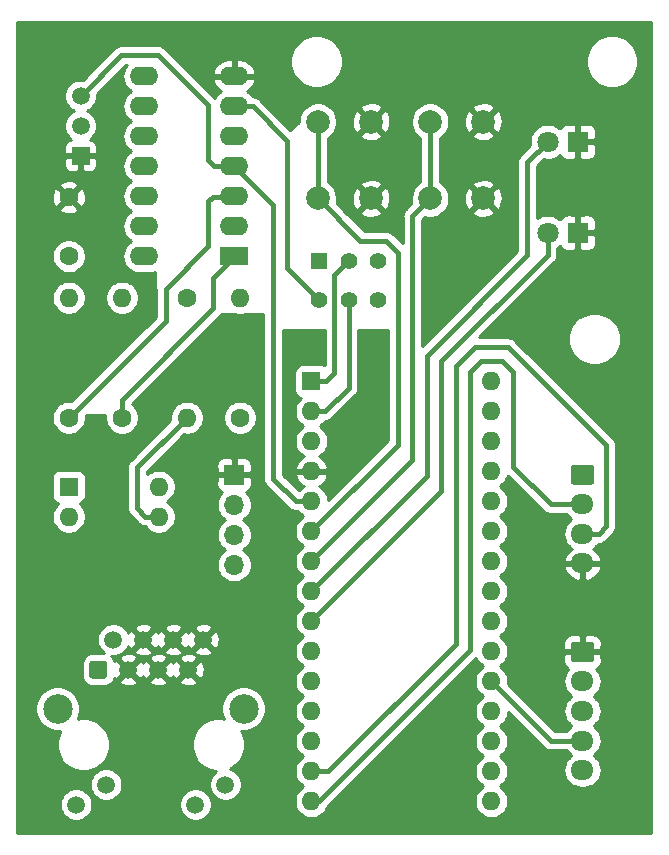
<source format=gbl>
G04 #@! TF.GenerationSoftware,KiCad,Pcbnew,(5.1.5)-2*
G04 #@! TF.CreationDate,2020-03-29T18:21:26+09:00*
G04 #@! TF.ProjectId,circuit_master_ver.2.1.0,63697263-7569-4745-9f6d-61737465725f,rev?*
G04 #@! TF.SameCoordinates,Original*
G04 #@! TF.FileFunction,Copper,L2,Bot*
G04 #@! TF.FilePolarity,Positive*
%FSLAX46Y46*%
G04 Gerber Fmt 4.6, Leading zero omitted, Abs format (unit mm)*
G04 Created by KiCad (PCBNEW (5.1.5)-2) date 2020-03-29 18:21:26*
%MOMM*%
%LPD*%
G04 APERTURE LIST*
%ADD10C,0.100000*%
%ADD11C,1.500000*%
%ADD12C,2.500000*%
%ADD13R,1.600000X1.600000*%
%ADD14O,1.600000X1.600000*%
%ADD15C,1.600000*%
%ADD16C,1.800000*%
%ADD17R,1.800000X1.800000*%
%ADD18O,1.950000X1.700000*%
%ADD19R,1.500000X1.500000*%
%ADD20R,1.400000X1.400000*%
%ADD21C,1.400000*%
%ADD22C,2.000000*%
%ADD23O,2.400000X1.600000*%
%ADD24R,2.400000X1.600000*%
%ADD25R,1.700000X1.700000*%
%ADD26O,1.700000X1.700000*%
%ADD27C,1.200000*%
%ADD28C,0.400000*%
%ADD29C,0.254000*%
G04 APERTURE END LIST*
G04 #@! TA.AperFunction,ComponentPad*
D10*
G36*
X43024053Y-159751206D02*
G01*
X43048370Y-159754813D01*
X43072216Y-159760786D01*
X43095362Y-159769068D01*
X43117585Y-159779579D01*
X43138670Y-159792217D01*
X43158416Y-159806861D01*
X43176630Y-159823370D01*
X43193139Y-159841584D01*
X43207783Y-159861330D01*
X43220421Y-159882415D01*
X43230932Y-159904638D01*
X43239214Y-159927784D01*
X43245187Y-159951630D01*
X43248794Y-159975947D01*
X43250000Y-160000500D01*
X43250000Y-160999500D01*
X43248794Y-161024053D01*
X43245187Y-161048370D01*
X43239214Y-161072216D01*
X43230932Y-161095362D01*
X43220421Y-161117585D01*
X43207783Y-161138670D01*
X43193139Y-161158416D01*
X43176630Y-161176630D01*
X43158416Y-161193139D01*
X43138670Y-161207783D01*
X43117585Y-161220421D01*
X43095362Y-161230932D01*
X43072216Y-161239214D01*
X43048370Y-161245187D01*
X43024053Y-161248794D01*
X42999500Y-161250000D01*
X42000500Y-161250000D01*
X41975947Y-161248794D01*
X41951630Y-161245187D01*
X41927784Y-161239214D01*
X41904638Y-161230932D01*
X41882415Y-161220421D01*
X41861330Y-161207783D01*
X41841584Y-161193139D01*
X41823370Y-161176630D01*
X41806861Y-161158416D01*
X41792217Y-161138670D01*
X41779579Y-161117585D01*
X41769068Y-161095362D01*
X41760786Y-161072216D01*
X41754813Y-161048370D01*
X41751206Y-161024053D01*
X41750000Y-160999500D01*
X41750000Y-160000500D01*
X41751206Y-159975947D01*
X41754813Y-159951630D01*
X41760786Y-159927784D01*
X41769068Y-159904638D01*
X41779579Y-159882415D01*
X41792217Y-159861330D01*
X41806861Y-159841584D01*
X41823370Y-159823370D01*
X41841584Y-159806861D01*
X41861330Y-159792217D01*
X41882415Y-159779579D01*
X41904638Y-159769068D01*
X41927784Y-159760786D01*
X41951630Y-159754813D01*
X41975947Y-159751206D01*
X42000500Y-159750000D01*
X42999500Y-159750000D01*
X43024053Y-159751206D01*
G37*
G04 #@! TD.AperFunction*
D11*
X43770000Y-157960000D03*
X45040000Y-160500000D03*
X46310000Y-157960000D03*
X47580000Y-160500000D03*
X48850000Y-157960000D03*
X50120000Y-160500000D03*
D12*
X39070000Y-163800000D03*
D11*
X51390000Y-157960000D03*
D12*
X54820000Y-163800000D03*
D11*
X40620000Y-171930000D03*
X43160000Y-170230000D03*
X53270000Y-170230000D03*
X50730000Y-171930000D03*
D13*
X60555001Y-136085001D03*
D14*
X75795001Y-169105001D03*
X60555001Y-138625001D03*
X75795001Y-166565001D03*
X60555001Y-141165001D03*
X75795001Y-164025001D03*
X60555001Y-143705001D03*
X75795001Y-161485001D03*
X60555001Y-146245001D03*
X75795001Y-158945001D03*
X60555001Y-148785001D03*
X75795001Y-156405001D03*
X60555001Y-151325001D03*
X75795001Y-153865001D03*
X60555001Y-153865001D03*
X75795001Y-151325001D03*
X60555001Y-156405001D03*
X75795001Y-148785001D03*
X60555001Y-158945001D03*
X75795001Y-146245001D03*
X60555001Y-161485001D03*
X75795001Y-143705001D03*
X60555001Y-164025001D03*
X75795001Y-141165001D03*
X60555001Y-166565001D03*
X75795001Y-138625001D03*
X60555001Y-169105001D03*
X75795001Y-136085001D03*
X60555001Y-171645001D03*
X75795001Y-171645001D03*
D15*
X40000000Y-125500000D03*
X40000000Y-120500000D03*
D16*
X80560000Y-115800000D03*
D17*
X83100000Y-115800000D03*
X83100000Y-123500000D03*
D16*
X80560000Y-123500000D03*
G04 #@! TA.AperFunction,ComponentPad*
D10*
G36*
X84249504Y-143151204D02*
G01*
X84273773Y-143154804D01*
X84297571Y-143160765D01*
X84320671Y-143169030D01*
X84342849Y-143179520D01*
X84363893Y-143192133D01*
X84383598Y-143206747D01*
X84401777Y-143223223D01*
X84418253Y-143241402D01*
X84432867Y-143261107D01*
X84445480Y-143282151D01*
X84455970Y-143304329D01*
X84464235Y-143327429D01*
X84470196Y-143351227D01*
X84473796Y-143375496D01*
X84475000Y-143400000D01*
X84475000Y-144600000D01*
X84473796Y-144624504D01*
X84470196Y-144648773D01*
X84464235Y-144672571D01*
X84455970Y-144695671D01*
X84445480Y-144717849D01*
X84432867Y-144738893D01*
X84418253Y-144758598D01*
X84401777Y-144776777D01*
X84383598Y-144793253D01*
X84363893Y-144807867D01*
X84342849Y-144820480D01*
X84320671Y-144830970D01*
X84297571Y-144839235D01*
X84273773Y-144845196D01*
X84249504Y-144848796D01*
X84225000Y-144850000D01*
X82775000Y-144850000D01*
X82750496Y-144848796D01*
X82726227Y-144845196D01*
X82702429Y-144839235D01*
X82679329Y-144830970D01*
X82657151Y-144820480D01*
X82636107Y-144807867D01*
X82616402Y-144793253D01*
X82598223Y-144776777D01*
X82581747Y-144758598D01*
X82567133Y-144738893D01*
X82554520Y-144717849D01*
X82544030Y-144695671D01*
X82535765Y-144672571D01*
X82529804Y-144648773D01*
X82526204Y-144624504D01*
X82525000Y-144600000D01*
X82525000Y-143400000D01*
X82526204Y-143375496D01*
X82529804Y-143351227D01*
X82535765Y-143327429D01*
X82544030Y-143304329D01*
X82554520Y-143282151D01*
X82567133Y-143261107D01*
X82581747Y-143241402D01*
X82598223Y-143223223D01*
X82616402Y-143206747D01*
X82636107Y-143192133D01*
X82657151Y-143179520D01*
X82679329Y-143169030D01*
X82702429Y-143160765D01*
X82726227Y-143154804D01*
X82750496Y-143151204D01*
X82775000Y-143150000D01*
X84225000Y-143150000D01*
X84249504Y-143151204D01*
G37*
G04 #@! TD.AperFunction*
D18*
X83500000Y-146500000D03*
X83500000Y-149000000D03*
X83500000Y-151500000D03*
G04 #@! TA.AperFunction,ComponentPad*
D10*
G36*
X84249504Y-158151204D02*
G01*
X84273773Y-158154804D01*
X84297571Y-158160765D01*
X84320671Y-158169030D01*
X84342849Y-158179520D01*
X84363893Y-158192133D01*
X84383598Y-158206747D01*
X84401777Y-158223223D01*
X84418253Y-158241402D01*
X84432867Y-158261107D01*
X84445480Y-158282151D01*
X84455970Y-158304329D01*
X84464235Y-158327429D01*
X84470196Y-158351227D01*
X84473796Y-158375496D01*
X84475000Y-158400000D01*
X84475000Y-159600000D01*
X84473796Y-159624504D01*
X84470196Y-159648773D01*
X84464235Y-159672571D01*
X84455970Y-159695671D01*
X84445480Y-159717849D01*
X84432867Y-159738893D01*
X84418253Y-159758598D01*
X84401777Y-159776777D01*
X84383598Y-159793253D01*
X84363893Y-159807867D01*
X84342849Y-159820480D01*
X84320671Y-159830970D01*
X84297571Y-159839235D01*
X84273773Y-159845196D01*
X84249504Y-159848796D01*
X84225000Y-159850000D01*
X82775000Y-159850000D01*
X82750496Y-159848796D01*
X82726227Y-159845196D01*
X82702429Y-159839235D01*
X82679329Y-159830970D01*
X82657151Y-159820480D01*
X82636107Y-159807867D01*
X82616402Y-159793253D01*
X82598223Y-159776777D01*
X82581747Y-159758598D01*
X82567133Y-159738893D01*
X82554520Y-159717849D01*
X82544030Y-159695671D01*
X82535765Y-159672571D01*
X82529804Y-159648773D01*
X82526204Y-159624504D01*
X82525000Y-159600000D01*
X82525000Y-158400000D01*
X82526204Y-158375496D01*
X82529804Y-158351227D01*
X82535765Y-158327429D01*
X82544030Y-158304329D01*
X82554520Y-158282151D01*
X82567133Y-158261107D01*
X82581747Y-158241402D01*
X82598223Y-158223223D01*
X82616402Y-158206747D01*
X82636107Y-158192133D01*
X82657151Y-158179520D01*
X82679329Y-158169030D01*
X82702429Y-158160765D01*
X82726227Y-158154804D01*
X82750496Y-158151204D01*
X82775000Y-158150000D01*
X84225000Y-158150000D01*
X84249504Y-158151204D01*
G37*
G04 #@! TD.AperFunction*
D18*
X83500000Y-161500000D03*
X83500000Y-164000000D03*
X83500000Y-166500000D03*
X83500000Y-169000000D03*
D19*
X41000000Y-117000000D03*
D11*
X41000000Y-111920000D03*
X41000000Y-114460000D03*
D14*
X44500000Y-129000000D03*
D15*
X44500000Y-139160000D03*
X40000000Y-139160000D03*
D14*
X40000000Y-129000000D03*
D15*
X54500000Y-139160000D03*
D14*
X54500000Y-129000000D03*
X50000000Y-139160000D03*
D15*
X50000000Y-129000000D03*
D13*
X40000000Y-145000000D03*
D14*
X47620000Y-147540000D03*
X40000000Y-147540000D03*
X47620000Y-145000000D03*
D20*
X61200000Y-125900000D03*
D21*
X63700000Y-125900000D03*
X66200000Y-125900000D03*
X61200000Y-129200000D03*
X63700000Y-129200000D03*
X66200000Y-129200000D03*
D22*
X61100000Y-114100000D03*
X65600000Y-114100000D03*
X61100000Y-120600000D03*
X65600000Y-120600000D03*
X75100000Y-120600000D03*
X70600000Y-120600000D03*
X75100000Y-114100000D03*
X70600000Y-114100000D03*
D23*
X46380000Y-125500000D03*
X54000000Y-110260000D03*
X46380000Y-122960000D03*
X54000000Y-112800000D03*
X46380000Y-120420000D03*
X54000000Y-115340000D03*
X46380000Y-117880000D03*
X54000000Y-117880000D03*
X46380000Y-115340000D03*
X54000000Y-120420000D03*
X46380000Y-112800000D03*
X54000000Y-122960000D03*
X46380000Y-110260000D03*
D24*
X54000000Y-125500000D03*
D25*
X54000000Y-144000000D03*
D26*
X54000000Y-146540000D03*
X54000000Y-149080000D03*
X54000000Y-151620000D03*
D27*
X58800000Y-133900000D03*
X65900000Y-133900000D03*
X71200000Y-168700000D03*
X57650000Y-148600000D03*
X52000000Y-134200000D03*
X43050000Y-126200000D03*
D28*
X62499999Y-127100001D02*
X63000001Y-126599999D01*
X62499999Y-135340003D02*
X62499999Y-127100001D01*
X60555001Y-136085001D02*
X61755001Y-136085001D01*
X61755001Y-136085001D02*
X62499999Y-135340003D01*
X63000001Y-126599999D02*
X63700000Y-125900000D01*
X63700000Y-136611372D02*
X63700000Y-130189949D01*
X60555001Y-138625001D02*
X61686371Y-138625001D01*
X61686371Y-138625001D02*
X63700000Y-136611372D01*
X63700000Y-130189949D02*
X63700000Y-129200000D01*
X75795001Y-161485001D02*
X80810000Y-166500000D01*
X80810000Y-166500000D02*
X83500000Y-166500000D01*
X54000000Y-117880000D02*
X53600000Y-117880000D01*
X54000000Y-117880000D02*
X54400000Y-117880000D01*
X41000000Y-111920000D02*
X44470000Y-108450000D01*
X44470000Y-108450000D02*
X47550000Y-108450000D01*
X47550000Y-108450000D02*
X51800000Y-112700000D01*
X51800000Y-112700000D02*
X51800000Y-117350000D01*
X51800000Y-117350000D02*
X52300000Y-117850000D01*
X52300000Y-117850000D02*
X54000000Y-117850000D01*
X60555001Y-146245001D02*
X59220001Y-146245001D01*
X59220001Y-146245001D02*
X57300000Y-144325000D01*
X57300000Y-144325000D02*
X57300000Y-121125000D01*
X57300000Y-121125000D02*
X54000000Y-117825000D01*
X60555001Y-148785001D02*
X67900000Y-141440002D01*
X67900000Y-141440002D02*
X67900000Y-125200000D01*
X67900000Y-125200000D02*
X66900000Y-124200000D01*
X66900000Y-124200000D02*
X64700000Y-124200000D01*
X64700000Y-124200000D02*
X61100000Y-120600000D01*
X61100000Y-120600000D02*
X61100000Y-119185787D01*
X61100000Y-119185787D02*
X61100000Y-114100000D01*
X60555001Y-151325001D02*
X69100000Y-142780002D01*
X69100000Y-142780002D02*
X69100000Y-138200000D01*
X69100000Y-138200000D02*
X69100000Y-122100000D01*
X69100000Y-122100000D02*
X70600000Y-120600000D01*
X70600000Y-120600000D02*
X70600000Y-119185787D01*
X70600000Y-119185787D02*
X70600000Y-114100000D01*
X60555001Y-153865001D02*
X70300000Y-144120002D01*
X70300000Y-144120002D02*
X70300000Y-141900000D01*
X70300000Y-141900000D02*
X70300000Y-133900000D01*
X70300000Y-133900000D02*
X78800000Y-125400000D01*
X78800000Y-125400000D02*
X78800000Y-117550000D01*
X78800000Y-117550000D02*
X80550000Y-115800000D01*
X60555001Y-156405001D02*
X71550000Y-145410002D01*
X71550000Y-145410002D02*
X71550000Y-142500000D01*
X71550000Y-142500000D02*
X71550000Y-134350000D01*
X71550000Y-134350000D02*
X80550000Y-125350000D01*
X80550000Y-125350000D02*
X80550000Y-123500000D01*
X60555001Y-169105001D02*
X61994999Y-169105001D01*
X61994999Y-169105001D02*
X72800000Y-158300000D01*
X72800000Y-158300000D02*
X72800000Y-135510037D01*
X72800000Y-135510037D02*
X72800000Y-134800000D01*
X72800000Y-134800000D02*
X74400000Y-133200000D01*
X74400000Y-133200000D02*
X77200000Y-133200000D01*
X77200000Y-133200000D02*
X85500000Y-141500000D01*
X85500000Y-148375000D02*
X84875000Y-149000000D01*
X85500000Y-141500000D02*
X85500000Y-148375000D01*
X84875000Y-149000000D02*
X83500000Y-149000000D01*
X61170999Y-171645001D02*
X74000000Y-158816000D01*
X60555001Y-171645001D02*
X61170999Y-171645001D01*
X74000000Y-158816000D02*
X74000000Y-135300000D01*
X74000000Y-135300000D02*
X74900000Y-134400000D01*
X74900000Y-134400000D02*
X76700000Y-134400000D01*
X76700000Y-134400000D02*
X77600000Y-135300000D01*
X77600000Y-135300000D02*
X77600000Y-143300000D01*
X77600000Y-143300000D02*
X80800000Y-146500000D01*
X80800000Y-146500000D02*
X83500000Y-146500000D01*
X46488630Y-147540000D02*
X45800000Y-146851370D01*
X47620000Y-147540000D02*
X46488630Y-147540000D01*
X45800000Y-146851370D02*
X45800000Y-143350000D01*
X45800000Y-143350000D02*
X50000000Y-139150000D01*
X44500000Y-139160000D02*
X44500000Y-137650000D01*
X44500000Y-137650000D02*
X52250000Y-129900000D01*
X52250000Y-129900000D02*
X52250000Y-127300000D01*
X52250000Y-127300000D02*
X54000000Y-125550000D01*
X40000000Y-139160000D02*
X48200000Y-130960000D01*
X48200000Y-130960000D02*
X48200000Y-128250000D01*
X48200000Y-128250000D02*
X51800000Y-124650000D01*
X51800000Y-124650000D02*
X51800000Y-120850000D01*
X51800000Y-120850000D02*
X52200000Y-120450000D01*
X52200000Y-120450000D02*
X54000000Y-120450000D01*
X55600000Y-112800000D02*
X58500000Y-115700000D01*
X54000000Y-112800000D02*
X55600000Y-112800000D01*
X58500000Y-115700000D02*
X58500000Y-126500000D01*
X58500000Y-126500000D02*
X61200000Y-129200000D01*
D29*
G36*
X89340001Y-109967572D02*
G01*
X89340000Y-109967582D01*
X89340001Y-174340000D01*
X35660000Y-174340000D01*
X35660000Y-171793589D01*
X39235000Y-171793589D01*
X39235000Y-172066411D01*
X39288225Y-172333989D01*
X39392629Y-172586043D01*
X39544201Y-172812886D01*
X39737114Y-173005799D01*
X39963957Y-173157371D01*
X40216011Y-173261775D01*
X40483589Y-173315000D01*
X40756411Y-173315000D01*
X41023989Y-173261775D01*
X41276043Y-173157371D01*
X41502886Y-173005799D01*
X41695799Y-172812886D01*
X41847371Y-172586043D01*
X41951775Y-172333989D01*
X42005000Y-172066411D01*
X42005000Y-171793589D01*
X49345000Y-171793589D01*
X49345000Y-172066411D01*
X49398225Y-172333989D01*
X49502629Y-172586043D01*
X49654201Y-172812886D01*
X49847114Y-173005799D01*
X50073957Y-173157371D01*
X50326011Y-173261775D01*
X50593589Y-173315000D01*
X50866411Y-173315000D01*
X51133989Y-173261775D01*
X51386043Y-173157371D01*
X51612886Y-173005799D01*
X51805799Y-172812886D01*
X51957371Y-172586043D01*
X52061775Y-172333989D01*
X52115000Y-172066411D01*
X52115000Y-171793589D01*
X52061775Y-171526011D01*
X51957371Y-171273957D01*
X51805799Y-171047114D01*
X51612886Y-170854201D01*
X51386043Y-170702629D01*
X51133989Y-170598225D01*
X50866411Y-170545000D01*
X50593589Y-170545000D01*
X50326011Y-170598225D01*
X50073957Y-170702629D01*
X49847114Y-170854201D01*
X49654201Y-171047114D01*
X49502629Y-171273957D01*
X49398225Y-171526011D01*
X49345000Y-171793589D01*
X42005000Y-171793589D01*
X41951775Y-171526011D01*
X41847371Y-171273957D01*
X41695799Y-171047114D01*
X41502886Y-170854201D01*
X41276043Y-170702629D01*
X41023989Y-170598225D01*
X40756411Y-170545000D01*
X40483589Y-170545000D01*
X40216011Y-170598225D01*
X39963957Y-170702629D01*
X39737114Y-170854201D01*
X39544201Y-171047114D01*
X39392629Y-171273957D01*
X39288225Y-171526011D01*
X39235000Y-171793589D01*
X35660000Y-171793589D01*
X35660000Y-170093589D01*
X41775000Y-170093589D01*
X41775000Y-170366411D01*
X41828225Y-170633989D01*
X41932629Y-170886043D01*
X42084201Y-171112886D01*
X42277114Y-171305799D01*
X42503957Y-171457371D01*
X42756011Y-171561775D01*
X43023589Y-171615000D01*
X43296411Y-171615000D01*
X43563989Y-171561775D01*
X43816043Y-171457371D01*
X44042886Y-171305799D01*
X44235799Y-171112886D01*
X44387371Y-170886043D01*
X44491775Y-170633989D01*
X44545000Y-170366411D01*
X44545000Y-170093589D01*
X44491775Y-169826011D01*
X44387371Y-169573957D01*
X44235799Y-169347114D01*
X44042886Y-169154201D01*
X43816043Y-169002629D01*
X43563989Y-168898225D01*
X43296411Y-168845000D01*
X43023589Y-168845000D01*
X42756011Y-168898225D01*
X42503957Y-169002629D01*
X42277114Y-169154201D01*
X42084201Y-169347114D01*
X41932629Y-169573957D01*
X41828225Y-169826011D01*
X41775000Y-170093589D01*
X35660000Y-170093589D01*
X35660000Y-163614344D01*
X37185000Y-163614344D01*
X37185000Y-163985656D01*
X37257439Y-164349834D01*
X37399534Y-164692882D01*
X37605825Y-165001618D01*
X37868382Y-165264175D01*
X38177118Y-165470466D01*
X38520166Y-165612561D01*
X38884344Y-165685000D01*
X39255656Y-165685000D01*
X39295667Y-165677041D01*
X39227214Y-165779489D01*
X39056851Y-166190782D01*
X38970000Y-166627409D01*
X38970000Y-167072591D01*
X39056851Y-167509218D01*
X39227214Y-167920511D01*
X39474544Y-168290666D01*
X39789334Y-168605456D01*
X40159489Y-168852786D01*
X40570782Y-169023149D01*
X41007409Y-169110000D01*
X41452591Y-169110000D01*
X41889218Y-169023149D01*
X42300511Y-168852786D01*
X42670666Y-168605456D01*
X42985456Y-168290666D01*
X43232786Y-167920511D01*
X43403149Y-167509218D01*
X43490000Y-167072591D01*
X43490000Y-166627409D01*
X50400000Y-166627409D01*
X50400000Y-167072591D01*
X50486851Y-167509218D01*
X50657214Y-167920511D01*
X50904544Y-168290666D01*
X51219334Y-168605456D01*
X51589489Y-168852786D01*
X52000782Y-169023149D01*
X52437409Y-169110000D01*
X52453265Y-169110000D01*
X52387114Y-169154201D01*
X52194201Y-169347114D01*
X52042629Y-169573957D01*
X51938225Y-169826011D01*
X51885000Y-170093589D01*
X51885000Y-170366411D01*
X51938225Y-170633989D01*
X52042629Y-170886043D01*
X52194201Y-171112886D01*
X52387114Y-171305799D01*
X52613957Y-171457371D01*
X52866011Y-171561775D01*
X53133589Y-171615000D01*
X53406411Y-171615000D01*
X53673989Y-171561775D01*
X53926043Y-171457371D01*
X54152886Y-171305799D01*
X54345799Y-171112886D01*
X54497371Y-170886043D01*
X54601775Y-170633989D01*
X54655000Y-170366411D01*
X54655000Y-170093589D01*
X54601775Y-169826011D01*
X54497371Y-169573957D01*
X54345799Y-169347114D01*
X54152886Y-169154201D01*
X53926043Y-169002629D01*
X53673989Y-168898225D01*
X53638064Y-168891079D01*
X53730511Y-168852786D01*
X54100666Y-168605456D01*
X54415456Y-168290666D01*
X54662786Y-167920511D01*
X54833149Y-167509218D01*
X54920000Y-167072591D01*
X54920000Y-166627409D01*
X54833149Y-166190782D01*
X54662786Y-165779489D01*
X54594333Y-165677041D01*
X54634344Y-165685000D01*
X55005656Y-165685000D01*
X55369834Y-165612561D01*
X55712882Y-165470466D01*
X56021618Y-165264175D01*
X56284175Y-165001618D01*
X56490466Y-164692882D01*
X56632561Y-164349834D01*
X56705000Y-163985656D01*
X56705000Y-163614344D01*
X56632561Y-163250166D01*
X56490466Y-162907118D01*
X56284175Y-162598382D01*
X56021618Y-162335825D01*
X55712882Y-162129534D01*
X55369834Y-161987439D01*
X55005656Y-161915000D01*
X54634344Y-161915000D01*
X54270166Y-161987439D01*
X53927118Y-162129534D01*
X53618382Y-162335825D01*
X53355825Y-162598382D01*
X53149534Y-162907118D01*
X53007439Y-163250166D01*
X52935000Y-163614344D01*
X52935000Y-163985656D01*
X53007439Y-164349834D01*
X53127061Y-164638628D01*
X52882591Y-164590000D01*
X52437409Y-164590000D01*
X52000782Y-164676851D01*
X51589489Y-164847214D01*
X51219334Y-165094544D01*
X50904544Y-165409334D01*
X50657214Y-165779489D01*
X50486851Y-166190782D01*
X50400000Y-166627409D01*
X43490000Y-166627409D01*
X43403149Y-166190782D01*
X43232786Y-165779489D01*
X42985456Y-165409334D01*
X42670666Y-165094544D01*
X42300511Y-164847214D01*
X41889218Y-164676851D01*
X41452591Y-164590000D01*
X41007409Y-164590000D01*
X40762939Y-164638628D01*
X40882561Y-164349834D01*
X40955000Y-163985656D01*
X40955000Y-163614344D01*
X40882561Y-163250166D01*
X40740466Y-162907118D01*
X40534175Y-162598382D01*
X40271618Y-162335825D01*
X39962882Y-162129534D01*
X39619834Y-161987439D01*
X39255656Y-161915000D01*
X38884344Y-161915000D01*
X38520166Y-161987439D01*
X38177118Y-162129534D01*
X37868382Y-162335825D01*
X37605825Y-162598382D01*
X37399534Y-162907118D01*
X37257439Y-163250166D01*
X37185000Y-163614344D01*
X35660000Y-163614344D01*
X35660000Y-160000500D01*
X41111928Y-160000500D01*
X41111928Y-160999500D01*
X41129002Y-161172852D01*
X41179567Y-161339542D01*
X41261679Y-161493164D01*
X41372185Y-161627815D01*
X41506836Y-161738321D01*
X41660458Y-161820433D01*
X41827148Y-161870998D01*
X42000500Y-161888072D01*
X42999500Y-161888072D01*
X43172852Y-161870998D01*
X43339542Y-161820433D01*
X43493164Y-161738321D01*
X43627815Y-161627815D01*
X43738321Y-161493164D01*
X43757654Y-161456993D01*
X44262612Y-161456993D01*
X44328137Y-161695860D01*
X44575116Y-161811760D01*
X44839960Y-161877250D01*
X45112492Y-161889812D01*
X45382238Y-161848965D01*
X45638832Y-161756277D01*
X45751863Y-161695860D01*
X45817388Y-161456993D01*
X46802612Y-161456993D01*
X46868137Y-161695860D01*
X47115116Y-161811760D01*
X47379960Y-161877250D01*
X47652492Y-161889812D01*
X47922238Y-161848965D01*
X48178832Y-161756277D01*
X48291863Y-161695860D01*
X48357388Y-161456993D01*
X49342612Y-161456993D01*
X49408137Y-161695860D01*
X49655116Y-161811760D01*
X49919960Y-161877250D01*
X50192492Y-161889812D01*
X50462238Y-161848965D01*
X50718832Y-161756277D01*
X50831863Y-161695860D01*
X50897388Y-161456993D01*
X50120000Y-160679605D01*
X49342612Y-161456993D01*
X48357388Y-161456993D01*
X47580000Y-160679605D01*
X46802612Y-161456993D01*
X45817388Y-161456993D01*
X45040000Y-160679605D01*
X44262612Y-161456993D01*
X43757654Y-161456993D01*
X43820433Y-161339542D01*
X43858010Y-161215668D01*
X44083007Y-161277388D01*
X44860395Y-160500000D01*
X45219605Y-160500000D01*
X45996993Y-161277388D01*
X46235860Y-161211863D01*
X46308578Y-161056904D01*
X46323723Y-161098832D01*
X46384140Y-161211863D01*
X46623007Y-161277388D01*
X47400395Y-160500000D01*
X47759605Y-160500000D01*
X48536993Y-161277388D01*
X48775860Y-161211863D01*
X48848578Y-161056904D01*
X48863723Y-161098832D01*
X48924140Y-161211863D01*
X49163007Y-161277388D01*
X49940395Y-160500000D01*
X50299605Y-160500000D01*
X51076993Y-161277388D01*
X51315860Y-161211863D01*
X51431760Y-160964884D01*
X51497250Y-160700040D01*
X51509812Y-160427508D01*
X51468965Y-160157762D01*
X51376277Y-159901168D01*
X51315860Y-159788137D01*
X51076993Y-159722612D01*
X50299605Y-160500000D01*
X49940395Y-160500000D01*
X49163007Y-159722612D01*
X48924140Y-159788137D01*
X48851422Y-159943096D01*
X48836277Y-159901168D01*
X48775860Y-159788137D01*
X48536993Y-159722612D01*
X47759605Y-160500000D01*
X47400395Y-160500000D01*
X46623007Y-159722612D01*
X46384140Y-159788137D01*
X46311422Y-159943096D01*
X46296277Y-159901168D01*
X46235860Y-159788137D01*
X45996993Y-159722612D01*
X45219605Y-160500000D01*
X44860395Y-160500000D01*
X44083007Y-159722612D01*
X43858010Y-159784332D01*
X43820433Y-159660458D01*
X43757655Y-159543007D01*
X44262612Y-159543007D01*
X45040000Y-160320395D01*
X45817388Y-159543007D01*
X46802612Y-159543007D01*
X47580000Y-160320395D01*
X48357388Y-159543007D01*
X49342612Y-159543007D01*
X50120000Y-160320395D01*
X50897388Y-159543007D01*
X50831863Y-159304140D01*
X50584884Y-159188240D01*
X50320040Y-159122750D01*
X50047508Y-159110188D01*
X49777762Y-159151035D01*
X49521168Y-159243723D01*
X49408137Y-159304140D01*
X49342612Y-159543007D01*
X48357388Y-159543007D01*
X48291863Y-159304140D01*
X48044884Y-159188240D01*
X47780040Y-159122750D01*
X47507508Y-159110188D01*
X47237762Y-159151035D01*
X46981168Y-159243723D01*
X46868137Y-159304140D01*
X46802612Y-159543007D01*
X45817388Y-159543007D01*
X45751863Y-159304140D01*
X45504884Y-159188240D01*
X45240040Y-159122750D01*
X44967508Y-159110188D01*
X44697762Y-159151035D01*
X44441168Y-159243723D01*
X44328137Y-159304140D01*
X44262612Y-159543007D01*
X43757655Y-159543007D01*
X43738321Y-159506836D01*
X43627815Y-159372185D01*
X43582246Y-159334787D01*
X43633589Y-159345000D01*
X43906411Y-159345000D01*
X44173989Y-159291775D01*
X44426043Y-159187371D01*
X44652886Y-159035799D01*
X44771692Y-158916993D01*
X45532612Y-158916993D01*
X45598137Y-159155860D01*
X45845116Y-159271760D01*
X46109960Y-159337250D01*
X46382492Y-159349812D01*
X46652238Y-159308965D01*
X46908832Y-159216277D01*
X47021863Y-159155860D01*
X47087388Y-158916993D01*
X48072612Y-158916993D01*
X48138137Y-159155860D01*
X48385116Y-159271760D01*
X48649960Y-159337250D01*
X48922492Y-159349812D01*
X49192238Y-159308965D01*
X49448832Y-159216277D01*
X49561863Y-159155860D01*
X49627388Y-158916993D01*
X50612612Y-158916993D01*
X50678137Y-159155860D01*
X50925116Y-159271760D01*
X51189960Y-159337250D01*
X51462492Y-159349812D01*
X51732238Y-159308965D01*
X51988832Y-159216277D01*
X52101863Y-159155860D01*
X52167388Y-158916993D01*
X51390000Y-158139605D01*
X50612612Y-158916993D01*
X49627388Y-158916993D01*
X48850000Y-158139605D01*
X48072612Y-158916993D01*
X47087388Y-158916993D01*
X46310000Y-158139605D01*
X45532612Y-158916993D01*
X44771692Y-158916993D01*
X44845799Y-158842886D01*
X44997371Y-158616043D01*
X45038511Y-158516721D01*
X45053723Y-158558832D01*
X45114140Y-158671863D01*
X45353007Y-158737388D01*
X46130395Y-157960000D01*
X46489605Y-157960000D01*
X47266993Y-158737388D01*
X47505860Y-158671863D01*
X47578578Y-158516904D01*
X47593723Y-158558832D01*
X47654140Y-158671863D01*
X47893007Y-158737388D01*
X48670395Y-157960000D01*
X49029605Y-157960000D01*
X49806993Y-158737388D01*
X50045860Y-158671863D01*
X50118578Y-158516904D01*
X50133723Y-158558832D01*
X50194140Y-158671863D01*
X50433007Y-158737388D01*
X51210395Y-157960000D01*
X51569605Y-157960000D01*
X52346993Y-158737388D01*
X52585860Y-158671863D01*
X52701760Y-158424884D01*
X52767250Y-158160040D01*
X52779812Y-157887508D01*
X52738965Y-157617762D01*
X52646277Y-157361168D01*
X52585860Y-157248137D01*
X52346993Y-157182612D01*
X51569605Y-157960000D01*
X51210395Y-157960000D01*
X50433007Y-157182612D01*
X50194140Y-157248137D01*
X50121422Y-157403096D01*
X50106277Y-157361168D01*
X50045860Y-157248137D01*
X49806993Y-157182612D01*
X49029605Y-157960000D01*
X48670395Y-157960000D01*
X47893007Y-157182612D01*
X47654140Y-157248137D01*
X47581422Y-157403096D01*
X47566277Y-157361168D01*
X47505860Y-157248137D01*
X47266993Y-157182612D01*
X46489605Y-157960000D01*
X46130395Y-157960000D01*
X45353007Y-157182612D01*
X45114140Y-157248137D01*
X45039836Y-157406477D01*
X44997371Y-157303957D01*
X44845799Y-157077114D01*
X44771692Y-157003007D01*
X45532612Y-157003007D01*
X46310000Y-157780395D01*
X47087388Y-157003007D01*
X48072612Y-157003007D01*
X48850000Y-157780395D01*
X49627388Y-157003007D01*
X50612612Y-157003007D01*
X51390000Y-157780395D01*
X52167388Y-157003007D01*
X52101863Y-156764140D01*
X51854884Y-156648240D01*
X51590040Y-156582750D01*
X51317508Y-156570188D01*
X51047762Y-156611035D01*
X50791168Y-156703723D01*
X50678137Y-156764140D01*
X50612612Y-157003007D01*
X49627388Y-157003007D01*
X49561863Y-156764140D01*
X49314884Y-156648240D01*
X49050040Y-156582750D01*
X48777508Y-156570188D01*
X48507762Y-156611035D01*
X48251168Y-156703723D01*
X48138137Y-156764140D01*
X48072612Y-157003007D01*
X47087388Y-157003007D01*
X47021863Y-156764140D01*
X46774884Y-156648240D01*
X46510040Y-156582750D01*
X46237508Y-156570188D01*
X45967762Y-156611035D01*
X45711168Y-156703723D01*
X45598137Y-156764140D01*
X45532612Y-157003007D01*
X44771692Y-157003007D01*
X44652886Y-156884201D01*
X44426043Y-156732629D01*
X44173989Y-156628225D01*
X43906411Y-156575000D01*
X43633589Y-156575000D01*
X43366011Y-156628225D01*
X43113957Y-156732629D01*
X42887114Y-156884201D01*
X42694201Y-157077114D01*
X42542629Y-157303957D01*
X42438225Y-157556011D01*
X42385000Y-157823589D01*
X42385000Y-158096411D01*
X42438225Y-158363989D01*
X42542629Y-158616043D01*
X42694201Y-158842886D01*
X42887114Y-159035799D01*
X43001317Y-159112107D01*
X42999500Y-159111928D01*
X42000500Y-159111928D01*
X41827148Y-159129002D01*
X41660458Y-159179567D01*
X41506836Y-159261679D01*
X41372185Y-159372185D01*
X41261679Y-159506836D01*
X41179567Y-159660458D01*
X41129002Y-159827148D01*
X41111928Y-160000500D01*
X35660000Y-160000500D01*
X35660000Y-144200000D01*
X38561928Y-144200000D01*
X38561928Y-145800000D01*
X38574188Y-145924482D01*
X38610498Y-146044180D01*
X38669463Y-146154494D01*
X38748815Y-146251185D01*
X38845506Y-146330537D01*
X38955820Y-146389502D01*
X39075518Y-146425812D01*
X39083961Y-146426643D01*
X38885363Y-146625241D01*
X38728320Y-146860273D01*
X38620147Y-147121426D01*
X38565000Y-147398665D01*
X38565000Y-147681335D01*
X38620147Y-147958574D01*
X38728320Y-148219727D01*
X38885363Y-148454759D01*
X39085241Y-148654637D01*
X39320273Y-148811680D01*
X39581426Y-148919853D01*
X39858665Y-148975000D01*
X40141335Y-148975000D01*
X40418574Y-148919853D01*
X40679727Y-148811680D01*
X40914759Y-148654637D01*
X41114637Y-148454759D01*
X41271680Y-148219727D01*
X41379853Y-147958574D01*
X41435000Y-147681335D01*
X41435000Y-147398665D01*
X41379853Y-147121426D01*
X41271680Y-146860273D01*
X41114637Y-146625241D01*
X40916039Y-146426643D01*
X40924482Y-146425812D01*
X41044180Y-146389502D01*
X41154494Y-146330537D01*
X41251185Y-146251185D01*
X41330537Y-146154494D01*
X41389502Y-146044180D01*
X41425812Y-145924482D01*
X41438072Y-145800000D01*
X41438072Y-144200000D01*
X41425812Y-144075518D01*
X41389502Y-143955820D01*
X41330537Y-143845506D01*
X41251185Y-143748815D01*
X41154494Y-143669463D01*
X41044180Y-143610498D01*
X40924482Y-143574188D01*
X40800000Y-143561928D01*
X39200000Y-143561928D01*
X39075518Y-143574188D01*
X38955820Y-143610498D01*
X38845506Y-143669463D01*
X38748815Y-143748815D01*
X38669463Y-143845506D01*
X38610498Y-143955820D01*
X38574188Y-144075518D01*
X38561928Y-144200000D01*
X35660000Y-144200000D01*
X35660000Y-143350000D01*
X44960960Y-143350000D01*
X44965001Y-143391028D01*
X44965000Y-146810351D01*
X44960960Y-146851370D01*
X44965000Y-146892388D01*
X44977082Y-147015058D01*
X45024828Y-147172456D01*
X45102364Y-147317515D01*
X45206709Y-147444661D01*
X45238578Y-147470815D01*
X45869193Y-148101431D01*
X45895339Y-148133291D01*
X45927198Y-148159437D01*
X45927200Y-148159439D01*
X46022484Y-148237636D01*
X46167543Y-148315172D01*
X46324941Y-148362918D01*
X46452384Y-148375470D01*
X46505363Y-148454759D01*
X46705241Y-148654637D01*
X46940273Y-148811680D01*
X47201426Y-148919853D01*
X47478665Y-148975000D01*
X47761335Y-148975000D01*
X48038574Y-148919853D01*
X48299727Y-148811680D01*
X48534759Y-148654637D01*
X48734637Y-148454759D01*
X48891680Y-148219727D01*
X48999853Y-147958574D01*
X49055000Y-147681335D01*
X49055000Y-147398665D01*
X48999853Y-147121426D01*
X48891680Y-146860273D01*
X48734637Y-146625241D01*
X48534759Y-146425363D01*
X48302241Y-146270000D01*
X48534759Y-146114637D01*
X48734637Y-145914759D01*
X48891680Y-145679727D01*
X48999853Y-145418574D01*
X49055000Y-145141335D01*
X49055000Y-144858665D01*
X49053277Y-144850000D01*
X52511928Y-144850000D01*
X52524188Y-144974482D01*
X52560498Y-145094180D01*
X52619463Y-145204494D01*
X52698815Y-145301185D01*
X52795506Y-145380537D01*
X52905820Y-145439502D01*
X52978380Y-145461513D01*
X52846525Y-145593368D01*
X52684010Y-145836589D01*
X52572068Y-146106842D01*
X52515000Y-146393740D01*
X52515000Y-146686260D01*
X52572068Y-146973158D01*
X52684010Y-147243411D01*
X52846525Y-147486632D01*
X53053368Y-147693475D01*
X53227760Y-147810000D01*
X53053368Y-147926525D01*
X52846525Y-148133368D01*
X52684010Y-148376589D01*
X52572068Y-148646842D01*
X52515000Y-148933740D01*
X52515000Y-149226260D01*
X52572068Y-149513158D01*
X52684010Y-149783411D01*
X52846525Y-150026632D01*
X53053368Y-150233475D01*
X53227760Y-150350000D01*
X53053368Y-150466525D01*
X52846525Y-150673368D01*
X52684010Y-150916589D01*
X52572068Y-151186842D01*
X52515000Y-151473740D01*
X52515000Y-151766260D01*
X52572068Y-152053158D01*
X52684010Y-152323411D01*
X52846525Y-152566632D01*
X53053368Y-152773475D01*
X53296589Y-152935990D01*
X53566842Y-153047932D01*
X53853740Y-153105000D01*
X54146260Y-153105000D01*
X54433158Y-153047932D01*
X54703411Y-152935990D01*
X54946632Y-152773475D01*
X55153475Y-152566632D01*
X55315990Y-152323411D01*
X55427932Y-152053158D01*
X55485000Y-151766260D01*
X55485000Y-151473740D01*
X55427932Y-151186842D01*
X55315990Y-150916589D01*
X55153475Y-150673368D01*
X54946632Y-150466525D01*
X54772240Y-150350000D01*
X54946632Y-150233475D01*
X55153475Y-150026632D01*
X55315990Y-149783411D01*
X55427932Y-149513158D01*
X55485000Y-149226260D01*
X55485000Y-148933740D01*
X55427932Y-148646842D01*
X55315990Y-148376589D01*
X55153475Y-148133368D01*
X54946632Y-147926525D01*
X54772240Y-147810000D01*
X54946632Y-147693475D01*
X55153475Y-147486632D01*
X55315990Y-147243411D01*
X55427932Y-146973158D01*
X55485000Y-146686260D01*
X55485000Y-146393740D01*
X55427932Y-146106842D01*
X55315990Y-145836589D01*
X55153475Y-145593368D01*
X55021620Y-145461513D01*
X55094180Y-145439502D01*
X55204494Y-145380537D01*
X55301185Y-145301185D01*
X55380537Y-145204494D01*
X55439502Y-145094180D01*
X55475812Y-144974482D01*
X55488072Y-144850000D01*
X55485000Y-144285750D01*
X55326250Y-144127000D01*
X54127000Y-144127000D01*
X54127000Y-144147000D01*
X53873000Y-144147000D01*
X53873000Y-144127000D01*
X52673750Y-144127000D01*
X52515000Y-144285750D01*
X52511928Y-144850000D01*
X49053277Y-144850000D01*
X48999853Y-144581426D01*
X48891680Y-144320273D01*
X48734637Y-144085241D01*
X48534759Y-143885363D01*
X48299727Y-143728320D01*
X48038574Y-143620147D01*
X47761335Y-143565000D01*
X47478665Y-143565000D01*
X47201426Y-143620147D01*
X46940273Y-143728320D01*
X46705241Y-143885363D01*
X46635000Y-143955604D01*
X46635000Y-143695867D01*
X47180867Y-143150000D01*
X52511928Y-143150000D01*
X52515000Y-143714250D01*
X52673750Y-143873000D01*
X53873000Y-143873000D01*
X53873000Y-142673750D01*
X54127000Y-142673750D01*
X54127000Y-143873000D01*
X55326250Y-143873000D01*
X55485000Y-143714250D01*
X55488072Y-143150000D01*
X55475812Y-143025518D01*
X55439502Y-142905820D01*
X55380537Y-142795506D01*
X55301185Y-142698815D01*
X55204494Y-142619463D01*
X55094180Y-142560498D01*
X54974482Y-142524188D01*
X54850000Y-142511928D01*
X54285750Y-142515000D01*
X54127000Y-142673750D01*
X53873000Y-142673750D01*
X53714250Y-142515000D01*
X53150000Y-142511928D01*
X53025518Y-142524188D01*
X52905820Y-142560498D01*
X52795506Y-142619463D01*
X52698815Y-142698815D01*
X52619463Y-142795506D01*
X52560498Y-142905820D01*
X52524188Y-143025518D01*
X52511928Y-143150000D01*
X47180867Y-143150000D01*
X49756242Y-140574627D01*
X49858665Y-140595000D01*
X50141335Y-140595000D01*
X50418574Y-140539853D01*
X50679727Y-140431680D01*
X50914759Y-140274637D01*
X51114637Y-140074759D01*
X51271680Y-139839727D01*
X51379853Y-139578574D01*
X51435000Y-139301335D01*
X51435000Y-139018665D01*
X53065000Y-139018665D01*
X53065000Y-139301335D01*
X53120147Y-139578574D01*
X53228320Y-139839727D01*
X53385363Y-140074759D01*
X53585241Y-140274637D01*
X53820273Y-140431680D01*
X54081426Y-140539853D01*
X54358665Y-140595000D01*
X54641335Y-140595000D01*
X54918574Y-140539853D01*
X55179727Y-140431680D01*
X55414759Y-140274637D01*
X55614637Y-140074759D01*
X55771680Y-139839727D01*
X55879853Y-139578574D01*
X55935000Y-139301335D01*
X55935000Y-139018665D01*
X55879853Y-138741426D01*
X55771680Y-138480273D01*
X55614637Y-138245241D01*
X55414759Y-138045363D01*
X55179727Y-137888320D01*
X54918574Y-137780147D01*
X54641335Y-137725000D01*
X54358665Y-137725000D01*
X54081426Y-137780147D01*
X53820273Y-137888320D01*
X53585241Y-138045363D01*
X53385363Y-138245241D01*
X53228320Y-138480273D01*
X53120147Y-138741426D01*
X53065000Y-139018665D01*
X51435000Y-139018665D01*
X51379853Y-138741426D01*
X51271680Y-138480273D01*
X51114637Y-138245241D01*
X50914759Y-138045363D01*
X50679727Y-137888320D01*
X50418574Y-137780147D01*
X50141335Y-137725000D01*
X49858665Y-137725000D01*
X49581426Y-137780147D01*
X49320273Y-137888320D01*
X49085241Y-138045363D01*
X48885363Y-138245241D01*
X48728320Y-138480273D01*
X48620147Y-138741426D01*
X48565000Y-139018665D01*
X48565000Y-139301335D01*
X48582055Y-139387076D01*
X45238574Y-142730559D01*
X45206710Y-142756709D01*
X45143398Y-142833855D01*
X45102364Y-142883855D01*
X45024828Y-143028914D01*
X44977082Y-143186312D01*
X44960960Y-143350000D01*
X35660000Y-143350000D01*
X35660000Y-139018665D01*
X38565000Y-139018665D01*
X38565000Y-139301335D01*
X38620147Y-139578574D01*
X38728320Y-139839727D01*
X38885363Y-140074759D01*
X39085241Y-140274637D01*
X39320273Y-140431680D01*
X39581426Y-140539853D01*
X39858665Y-140595000D01*
X40141335Y-140595000D01*
X40418574Y-140539853D01*
X40679727Y-140431680D01*
X40914759Y-140274637D01*
X41114637Y-140074759D01*
X41271680Y-139839727D01*
X41379853Y-139578574D01*
X41435000Y-139301335D01*
X41435000Y-139018665D01*
X41426712Y-138977000D01*
X43073288Y-138977000D01*
X43065000Y-139018665D01*
X43065000Y-139301335D01*
X43120147Y-139578574D01*
X43228320Y-139839727D01*
X43385363Y-140074759D01*
X43585241Y-140274637D01*
X43820273Y-140431680D01*
X44081426Y-140539853D01*
X44358665Y-140595000D01*
X44641335Y-140595000D01*
X44918574Y-140539853D01*
X45179727Y-140431680D01*
X45414759Y-140274637D01*
X45614637Y-140074759D01*
X45771680Y-139839727D01*
X45879853Y-139578574D01*
X45935000Y-139301335D01*
X45935000Y-139018665D01*
X45879853Y-138741426D01*
X45771680Y-138480273D01*
X45614637Y-138245241D01*
X45414759Y-138045363D01*
X45337276Y-137993591D01*
X52811428Y-130519440D01*
X52843291Y-130493291D01*
X52938728Y-130377000D01*
X54074538Y-130377000D01*
X54081426Y-130379853D01*
X54358665Y-130435000D01*
X54641335Y-130435000D01*
X54918574Y-130379853D01*
X54925462Y-130377000D01*
X56465001Y-130377000D01*
X56465000Y-144283982D01*
X56460960Y-144325000D01*
X56465000Y-144366018D01*
X56477082Y-144488688D01*
X56524828Y-144646086D01*
X56602364Y-144791145D01*
X56706709Y-144918291D01*
X56738579Y-144944446D01*
X58600560Y-146806428D01*
X58626710Y-146838292D01*
X58753855Y-146942637D01*
X58898914Y-147020173D01*
X59056312Y-147067919D01*
X59178982Y-147080001D01*
X59178992Y-147080001D01*
X59220000Y-147084040D01*
X59261008Y-147080001D01*
X59387071Y-147080001D01*
X59440364Y-147159760D01*
X59640242Y-147359638D01*
X59872760Y-147515001D01*
X59640242Y-147670364D01*
X59440364Y-147870242D01*
X59283321Y-148105274D01*
X59175148Y-148366427D01*
X59120001Y-148643666D01*
X59120001Y-148926336D01*
X59175148Y-149203575D01*
X59283321Y-149464728D01*
X59440364Y-149699760D01*
X59640242Y-149899638D01*
X59872760Y-150055001D01*
X59640242Y-150210364D01*
X59440364Y-150410242D01*
X59283321Y-150645274D01*
X59175148Y-150906427D01*
X59120001Y-151183666D01*
X59120001Y-151466336D01*
X59175148Y-151743575D01*
X59283321Y-152004728D01*
X59440364Y-152239760D01*
X59640242Y-152439638D01*
X59872760Y-152595001D01*
X59640242Y-152750364D01*
X59440364Y-152950242D01*
X59283321Y-153185274D01*
X59175148Y-153446427D01*
X59120001Y-153723666D01*
X59120001Y-154006336D01*
X59175148Y-154283575D01*
X59283321Y-154544728D01*
X59440364Y-154779760D01*
X59640242Y-154979638D01*
X59872760Y-155135001D01*
X59640242Y-155290364D01*
X59440364Y-155490242D01*
X59283321Y-155725274D01*
X59175148Y-155986427D01*
X59120001Y-156263666D01*
X59120001Y-156546336D01*
X59175148Y-156823575D01*
X59283321Y-157084728D01*
X59440364Y-157319760D01*
X59640242Y-157519638D01*
X59872760Y-157675001D01*
X59640242Y-157830364D01*
X59440364Y-158030242D01*
X59283321Y-158265274D01*
X59175148Y-158526427D01*
X59120001Y-158803666D01*
X59120001Y-159086336D01*
X59175148Y-159363575D01*
X59283321Y-159624728D01*
X59440364Y-159859760D01*
X59640242Y-160059638D01*
X59872760Y-160215001D01*
X59640242Y-160370364D01*
X59440364Y-160570242D01*
X59283321Y-160805274D01*
X59175148Y-161066427D01*
X59120001Y-161343666D01*
X59120001Y-161626336D01*
X59175148Y-161903575D01*
X59283321Y-162164728D01*
X59440364Y-162399760D01*
X59640242Y-162599638D01*
X59872760Y-162755001D01*
X59640242Y-162910364D01*
X59440364Y-163110242D01*
X59283321Y-163345274D01*
X59175148Y-163606427D01*
X59120001Y-163883666D01*
X59120001Y-164166336D01*
X59175148Y-164443575D01*
X59283321Y-164704728D01*
X59440364Y-164939760D01*
X59640242Y-165139638D01*
X59872760Y-165295001D01*
X59640242Y-165450364D01*
X59440364Y-165650242D01*
X59283321Y-165885274D01*
X59175148Y-166146427D01*
X59120001Y-166423666D01*
X59120001Y-166706336D01*
X59175148Y-166983575D01*
X59283321Y-167244728D01*
X59440364Y-167479760D01*
X59640242Y-167679638D01*
X59872760Y-167835001D01*
X59640242Y-167990364D01*
X59440364Y-168190242D01*
X59283321Y-168425274D01*
X59175148Y-168686427D01*
X59120001Y-168963666D01*
X59120001Y-169246336D01*
X59175148Y-169523575D01*
X59283321Y-169784728D01*
X59440364Y-170019760D01*
X59640242Y-170219638D01*
X59872760Y-170375001D01*
X59640242Y-170530364D01*
X59440364Y-170730242D01*
X59283321Y-170965274D01*
X59175148Y-171226427D01*
X59120001Y-171503666D01*
X59120001Y-171786336D01*
X59175148Y-172063575D01*
X59283321Y-172324728D01*
X59440364Y-172559760D01*
X59640242Y-172759638D01*
X59875274Y-172916681D01*
X60136427Y-173024854D01*
X60413666Y-173080001D01*
X60696336Y-173080001D01*
X60973575Y-173024854D01*
X61234728Y-172916681D01*
X61469760Y-172759638D01*
X61669638Y-172559760D01*
X61826681Y-172324728D01*
X61934854Y-172063575D01*
X61935242Y-172061625D01*
X74479041Y-159517827D01*
X74523321Y-159624728D01*
X74680364Y-159859760D01*
X74880242Y-160059638D01*
X75112760Y-160215001D01*
X74880242Y-160370364D01*
X74680364Y-160570242D01*
X74523321Y-160805274D01*
X74415148Y-161066427D01*
X74360001Y-161343666D01*
X74360001Y-161626336D01*
X74415148Y-161903575D01*
X74523321Y-162164728D01*
X74680364Y-162399760D01*
X74880242Y-162599638D01*
X75112760Y-162755001D01*
X74880242Y-162910364D01*
X74680364Y-163110242D01*
X74523321Y-163345274D01*
X74415148Y-163606427D01*
X74360001Y-163883666D01*
X74360001Y-164166336D01*
X74415148Y-164443575D01*
X74523321Y-164704728D01*
X74680364Y-164939760D01*
X74880242Y-165139638D01*
X75112760Y-165295001D01*
X74880242Y-165450364D01*
X74680364Y-165650242D01*
X74523321Y-165885274D01*
X74415148Y-166146427D01*
X74360001Y-166423666D01*
X74360001Y-166706336D01*
X74415148Y-166983575D01*
X74523321Y-167244728D01*
X74680364Y-167479760D01*
X74880242Y-167679638D01*
X75112760Y-167835001D01*
X74880242Y-167990364D01*
X74680364Y-168190242D01*
X74523321Y-168425274D01*
X74415148Y-168686427D01*
X74360001Y-168963666D01*
X74360001Y-169246336D01*
X74415148Y-169523575D01*
X74523321Y-169784728D01*
X74680364Y-170019760D01*
X74880242Y-170219638D01*
X75112760Y-170375001D01*
X74880242Y-170530364D01*
X74680364Y-170730242D01*
X74523321Y-170965274D01*
X74415148Y-171226427D01*
X74360001Y-171503666D01*
X74360001Y-171786336D01*
X74415148Y-172063575D01*
X74523321Y-172324728D01*
X74680364Y-172559760D01*
X74880242Y-172759638D01*
X75115274Y-172916681D01*
X75376427Y-173024854D01*
X75653666Y-173080001D01*
X75936336Y-173080001D01*
X76213575Y-173024854D01*
X76474728Y-172916681D01*
X76709760Y-172759638D01*
X76909638Y-172559760D01*
X77066681Y-172324728D01*
X77174854Y-172063575D01*
X77230001Y-171786336D01*
X77230001Y-171503666D01*
X77174854Y-171226427D01*
X77066681Y-170965274D01*
X76909638Y-170730242D01*
X76709760Y-170530364D01*
X76477242Y-170375001D01*
X76709760Y-170219638D01*
X76909638Y-170019760D01*
X77066681Y-169784728D01*
X77174854Y-169523575D01*
X77230001Y-169246336D01*
X77230001Y-168963666D01*
X77174854Y-168686427D01*
X77066681Y-168425274D01*
X76909638Y-168190242D01*
X76709760Y-167990364D01*
X76477242Y-167835001D01*
X76709760Y-167679638D01*
X76909638Y-167479760D01*
X77066681Y-167244728D01*
X77174854Y-166983575D01*
X77230001Y-166706336D01*
X77230001Y-166423666D01*
X77174854Y-166146427D01*
X77066681Y-165885274D01*
X76909638Y-165650242D01*
X76709760Y-165450364D01*
X76477242Y-165295001D01*
X76709760Y-165139638D01*
X76909638Y-164939760D01*
X77066681Y-164704728D01*
X77174854Y-164443575D01*
X77230001Y-164166336D01*
X77230001Y-164100869D01*
X80190563Y-167061432D01*
X80216709Y-167093291D01*
X80343854Y-167197636D01*
X80488913Y-167275172D01*
X80646311Y-167322918D01*
X80768981Y-167335000D01*
X80768982Y-167335000D01*
X80810000Y-167339040D01*
X80851018Y-167335000D01*
X82139207Y-167335000D01*
X82319866Y-167555134D01*
X82545986Y-167740706D01*
X82563374Y-167750000D01*
X82545986Y-167759294D01*
X82319866Y-167944866D01*
X82134294Y-168170986D01*
X81996401Y-168428966D01*
X81911487Y-168708889D01*
X81882815Y-169000000D01*
X81911487Y-169291111D01*
X81996401Y-169571034D01*
X82134294Y-169829014D01*
X82319866Y-170055134D01*
X82545986Y-170240706D01*
X82803966Y-170378599D01*
X83083889Y-170463513D01*
X83302050Y-170485000D01*
X83697950Y-170485000D01*
X83916111Y-170463513D01*
X84196034Y-170378599D01*
X84454014Y-170240706D01*
X84680134Y-170055134D01*
X84865706Y-169829014D01*
X85003599Y-169571034D01*
X85088513Y-169291111D01*
X85117185Y-169000000D01*
X85088513Y-168708889D01*
X85003599Y-168428966D01*
X84865706Y-168170986D01*
X84680134Y-167944866D01*
X84454014Y-167759294D01*
X84436626Y-167750000D01*
X84454014Y-167740706D01*
X84680134Y-167555134D01*
X84865706Y-167329014D01*
X85003599Y-167071034D01*
X85088513Y-166791111D01*
X85117185Y-166500000D01*
X85088513Y-166208889D01*
X85003599Y-165928966D01*
X84865706Y-165670986D01*
X84680134Y-165444866D01*
X84454014Y-165259294D01*
X84436626Y-165250000D01*
X84454014Y-165240706D01*
X84680134Y-165055134D01*
X84865706Y-164829014D01*
X85003599Y-164571034D01*
X85088513Y-164291111D01*
X85117185Y-164000000D01*
X85088513Y-163708889D01*
X85003599Y-163428966D01*
X84865706Y-163170986D01*
X84680134Y-162944866D01*
X84454014Y-162759294D01*
X84436626Y-162750000D01*
X84454014Y-162740706D01*
X84680134Y-162555134D01*
X84865706Y-162329014D01*
X85003599Y-162071034D01*
X85088513Y-161791111D01*
X85117185Y-161500000D01*
X85088513Y-161208889D01*
X85003599Y-160928966D01*
X84865706Y-160670986D01*
X84684392Y-160450055D01*
X84719180Y-160439502D01*
X84829494Y-160380537D01*
X84926185Y-160301185D01*
X85005537Y-160204494D01*
X85064502Y-160094180D01*
X85100812Y-159974482D01*
X85113072Y-159850000D01*
X85110000Y-159285750D01*
X84951250Y-159127000D01*
X83627000Y-159127000D01*
X83627000Y-159147000D01*
X83373000Y-159147000D01*
X83373000Y-159127000D01*
X82048750Y-159127000D01*
X81890000Y-159285750D01*
X81886928Y-159850000D01*
X81899188Y-159974482D01*
X81935498Y-160094180D01*
X81994463Y-160204494D01*
X82073815Y-160301185D01*
X82170506Y-160380537D01*
X82280820Y-160439502D01*
X82315608Y-160450055D01*
X82134294Y-160670986D01*
X81996401Y-160928966D01*
X81911487Y-161208889D01*
X81882815Y-161500000D01*
X81911487Y-161791111D01*
X81996401Y-162071034D01*
X82134294Y-162329014D01*
X82319866Y-162555134D01*
X82545986Y-162740706D01*
X82563374Y-162750000D01*
X82545986Y-162759294D01*
X82319866Y-162944866D01*
X82134294Y-163170986D01*
X81996401Y-163428966D01*
X81911487Y-163708889D01*
X81882815Y-164000000D01*
X81911487Y-164291111D01*
X81996401Y-164571034D01*
X82134294Y-164829014D01*
X82319866Y-165055134D01*
X82545986Y-165240706D01*
X82563374Y-165250000D01*
X82545986Y-165259294D01*
X82319866Y-165444866D01*
X82139207Y-165665000D01*
X81155869Y-165665000D01*
X77211286Y-161720419D01*
X77230001Y-161626336D01*
X77230001Y-161343666D01*
X77174854Y-161066427D01*
X77066681Y-160805274D01*
X76909638Y-160570242D01*
X76709760Y-160370364D01*
X76477242Y-160215001D01*
X76709760Y-160059638D01*
X76909638Y-159859760D01*
X77066681Y-159624728D01*
X77174854Y-159363575D01*
X77230001Y-159086336D01*
X77230001Y-158803666D01*
X77174854Y-158526427D01*
X77066681Y-158265274D01*
X76989658Y-158150000D01*
X81886928Y-158150000D01*
X81890000Y-158714250D01*
X82048750Y-158873000D01*
X83373000Y-158873000D01*
X83373000Y-157673750D01*
X83627000Y-157673750D01*
X83627000Y-158873000D01*
X84951250Y-158873000D01*
X85110000Y-158714250D01*
X85113072Y-158150000D01*
X85100812Y-158025518D01*
X85064502Y-157905820D01*
X85005537Y-157795506D01*
X84926185Y-157698815D01*
X84829494Y-157619463D01*
X84719180Y-157560498D01*
X84599482Y-157524188D01*
X84475000Y-157511928D01*
X83785750Y-157515000D01*
X83627000Y-157673750D01*
X83373000Y-157673750D01*
X83214250Y-157515000D01*
X82525000Y-157511928D01*
X82400518Y-157524188D01*
X82280820Y-157560498D01*
X82170506Y-157619463D01*
X82073815Y-157698815D01*
X81994463Y-157795506D01*
X81935498Y-157905820D01*
X81899188Y-158025518D01*
X81886928Y-158150000D01*
X76989658Y-158150000D01*
X76909638Y-158030242D01*
X76709760Y-157830364D01*
X76477242Y-157675001D01*
X76709760Y-157519638D01*
X76909638Y-157319760D01*
X77066681Y-157084728D01*
X77174854Y-156823575D01*
X77230001Y-156546336D01*
X77230001Y-156263666D01*
X77174854Y-155986427D01*
X77066681Y-155725274D01*
X76909638Y-155490242D01*
X76709760Y-155290364D01*
X76477242Y-155135001D01*
X76709760Y-154979638D01*
X76909638Y-154779760D01*
X77066681Y-154544728D01*
X77174854Y-154283575D01*
X77230001Y-154006336D01*
X77230001Y-153723666D01*
X77174854Y-153446427D01*
X77066681Y-153185274D01*
X76909638Y-152950242D01*
X76709760Y-152750364D01*
X76477242Y-152595001D01*
X76709760Y-152439638D01*
X76909638Y-152239760D01*
X77066681Y-152004728D01*
X77127917Y-151856890D01*
X81933524Y-151856890D01*
X82025648Y-152119858D01*
X82172504Y-152371193D01*
X82365571Y-152589049D01*
X82597430Y-152765053D01*
X82859170Y-152892442D01*
X83140733Y-152966320D01*
X83373000Y-152826165D01*
X83373000Y-151627000D01*
X83627000Y-151627000D01*
X83627000Y-152826165D01*
X83859267Y-152966320D01*
X84140830Y-152892442D01*
X84402570Y-152765053D01*
X84634429Y-152589049D01*
X84827496Y-152371193D01*
X84974352Y-152119858D01*
X85066476Y-151856890D01*
X84945155Y-151627000D01*
X83627000Y-151627000D01*
X83373000Y-151627000D01*
X82054845Y-151627000D01*
X81933524Y-151856890D01*
X77127917Y-151856890D01*
X77174854Y-151743575D01*
X77230001Y-151466336D01*
X77230001Y-151183666D01*
X77174854Y-150906427D01*
X77066681Y-150645274D01*
X76909638Y-150410242D01*
X76709760Y-150210364D01*
X76477242Y-150055001D01*
X76709760Y-149899638D01*
X76909638Y-149699760D01*
X77066681Y-149464728D01*
X77174854Y-149203575D01*
X77230001Y-148926336D01*
X77230001Y-148643666D01*
X77174854Y-148366427D01*
X77066681Y-148105274D01*
X76909638Y-147870242D01*
X76709760Y-147670364D01*
X76477242Y-147515001D01*
X76709760Y-147359638D01*
X76909638Y-147159760D01*
X77066681Y-146924728D01*
X77174854Y-146663575D01*
X77230001Y-146386336D01*
X77230001Y-146103666D01*
X77174854Y-145826427D01*
X77066681Y-145565274D01*
X76909638Y-145330242D01*
X76709760Y-145130364D01*
X76477242Y-144975001D01*
X76709760Y-144819638D01*
X76909638Y-144619760D01*
X77066681Y-144384728D01*
X77174854Y-144123575D01*
X77186112Y-144066979D01*
X80180559Y-147061427D01*
X80206709Y-147093291D01*
X80333854Y-147197636D01*
X80478913Y-147275172D01*
X80636311Y-147322918D01*
X80758981Y-147335000D01*
X80758991Y-147335000D01*
X80799999Y-147339039D01*
X80841007Y-147335000D01*
X82139207Y-147335000D01*
X82319866Y-147555134D01*
X82545986Y-147740706D01*
X82563374Y-147750000D01*
X82545986Y-147759294D01*
X82319866Y-147944866D01*
X82134294Y-148170986D01*
X81996401Y-148428966D01*
X81911487Y-148708889D01*
X81882815Y-149000000D01*
X81911487Y-149291111D01*
X81996401Y-149571034D01*
X82134294Y-149829014D01*
X82319866Y-150055134D01*
X82545986Y-150240706D01*
X82571722Y-150254462D01*
X82365571Y-150410951D01*
X82172504Y-150628807D01*
X82025648Y-150880142D01*
X81933524Y-151143110D01*
X82054845Y-151373000D01*
X83373000Y-151373000D01*
X83373000Y-151353000D01*
X83627000Y-151353000D01*
X83627000Y-151373000D01*
X84945155Y-151373000D01*
X85066476Y-151143110D01*
X84974352Y-150880142D01*
X84827496Y-150628807D01*
X84634429Y-150410951D01*
X84428278Y-150254462D01*
X84454014Y-150240706D01*
X84680134Y-150055134D01*
X84858788Y-149837443D01*
X84875000Y-149839040D01*
X84916018Y-149835000D01*
X84916019Y-149835000D01*
X85038689Y-149822918D01*
X85196087Y-149775172D01*
X85341146Y-149697636D01*
X85468291Y-149593291D01*
X85494446Y-149561422D01*
X86061426Y-148994442D01*
X86093291Y-148968291D01*
X86197636Y-148841146D01*
X86275172Y-148696087D01*
X86322918Y-148538689D01*
X86335000Y-148416019D01*
X86335000Y-148416009D01*
X86339039Y-148375001D01*
X86335000Y-148333993D01*
X86335000Y-141541018D01*
X86339040Y-141500000D01*
X86322918Y-141336312D01*
X86275172Y-141178913D01*
X86220742Y-141077082D01*
X86197636Y-141033854D01*
X86093291Y-140906709D01*
X86061433Y-140880564D01*
X77819446Y-132638579D01*
X77793291Y-132606709D01*
X77666146Y-132502364D01*
X77521087Y-132424828D01*
X77363689Y-132377082D01*
X77241019Y-132365000D01*
X77241018Y-132365000D01*
X77200000Y-132360960D01*
X77158982Y-132365000D01*
X74715867Y-132365000D01*
X74800995Y-132279872D01*
X82265000Y-132279872D01*
X82265000Y-132720128D01*
X82350890Y-133151925D01*
X82519369Y-133558669D01*
X82763962Y-133924729D01*
X83075271Y-134236038D01*
X83441331Y-134480631D01*
X83848075Y-134649110D01*
X84279872Y-134735000D01*
X84720128Y-134735000D01*
X85151925Y-134649110D01*
X85558669Y-134480631D01*
X85924729Y-134236038D01*
X86236038Y-133924729D01*
X86480631Y-133558669D01*
X86649110Y-133151925D01*
X86735000Y-132720128D01*
X86735000Y-132279872D01*
X86649110Y-131848075D01*
X86480631Y-131441331D01*
X86236038Y-131075271D01*
X85924729Y-130763962D01*
X85558669Y-130519369D01*
X85151925Y-130350890D01*
X84720128Y-130265000D01*
X84279872Y-130265000D01*
X83848075Y-130350890D01*
X83441331Y-130519369D01*
X83075271Y-130763962D01*
X82763962Y-131075271D01*
X82519369Y-131441331D01*
X82350890Y-131848075D01*
X82265000Y-132279872D01*
X74800995Y-132279872D01*
X81111428Y-125969440D01*
X81143291Y-125943291D01*
X81247636Y-125816146D01*
X81325172Y-125671087D01*
X81372918Y-125513689D01*
X81385000Y-125391019D01*
X81385000Y-125391018D01*
X81389040Y-125350001D01*
X81385000Y-125308982D01*
X81385000Y-124794881D01*
X81538505Y-124692312D01*
X81604944Y-124625873D01*
X81610498Y-124644180D01*
X81669463Y-124754494D01*
X81748815Y-124851185D01*
X81845506Y-124930537D01*
X81955820Y-124989502D01*
X82075518Y-125025812D01*
X82200000Y-125038072D01*
X82814250Y-125035000D01*
X82973000Y-124876250D01*
X82973000Y-123627000D01*
X83227000Y-123627000D01*
X83227000Y-124876250D01*
X83385750Y-125035000D01*
X84000000Y-125038072D01*
X84124482Y-125025812D01*
X84244180Y-124989502D01*
X84354494Y-124930537D01*
X84451185Y-124851185D01*
X84530537Y-124754494D01*
X84589502Y-124644180D01*
X84625812Y-124524482D01*
X84638072Y-124400000D01*
X84635000Y-123785750D01*
X84476250Y-123627000D01*
X83227000Y-123627000D01*
X82973000Y-123627000D01*
X82953000Y-123627000D01*
X82953000Y-123373000D01*
X82973000Y-123373000D01*
X82973000Y-122123750D01*
X83227000Y-122123750D01*
X83227000Y-123373000D01*
X84476250Y-123373000D01*
X84635000Y-123214250D01*
X84638072Y-122600000D01*
X84625812Y-122475518D01*
X84589502Y-122355820D01*
X84530537Y-122245506D01*
X84451185Y-122148815D01*
X84354494Y-122069463D01*
X84244180Y-122010498D01*
X84124482Y-121974188D01*
X84000000Y-121961928D01*
X83385750Y-121965000D01*
X83227000Y-122123750D01*
X82973000Y-122123750D01*
X82814250Y-121965000D01*
X82200000Y-121961928D01*
X82075518Y-121974188D01*
X81955820Y-122010498D01*
X81845506Y-122069463D01*
X81748815Y-122148815D01*
X81669463Y-122245506D01*
X81610498Y-122355820D01*
X81604944Y-122374127D01*
X81538505Y-122307688D01*
X81287095Y-122139701D01*
X81007743Y-122023989D01*
X80711184Y-121965000D01*
X80408816Y-121965000D01*
X80112257Y-122023989D01*
X79832905Y-122139701D01*
X79635000Y-122271937D01*
X79635000Y-117895867D01*
X80231198Y-117299670D01*
X80408816Y-117335000D01*
X80711184Y-117335000D01*
X81007743Y-117276011D01*
X81287095Y-117160299D01*
X81538505Y-116992312D01*
X81604944Y-116925873D01*
X81610498Y-116944180D01*
X81669463Y-117054494D01*
X81748815Y-117151185D01*
X81845506Y-117230537D01*
X81955820Y-117289502D01*
X82075518Y-117325812D01*
X82200000Y-117338072D01*
X82814250Y-117335000D01*
X82973000Y-117176250D01*
X82973000Y-115927000D01*
X83227000Y-115927000D01*
X83227000Y-117176250D01*
X83385750Y-117335000D01*
X84000000Y-117338072D01*
X84124482Y-117325812D01*
X84244180Y-117289502D01*
X84354494Y-117230537D01*
X84451185Y-117151185D01*
X84530537Y-117054494D01*
X84589502Y-116944180D01*
X84625812Y-116824482D01*
X84638072Y-116700000D01*
X84635000Y-116085750D01*
X84476250Y-115927000D01*
X83227000Y-115927000D01*
X82973000Y-115927000D01*
X82953000Y-115927000D01*
X82953000Y-115673000D01*
X82973000Y-115673000D01*
X82973000Y-114423750D01*
X83227000Y-114423750D01*
X83227000Y-115673000D01*
X84476250Y-115673000D01*
X84635000Y-115514250D01*
X84638072Y-114900000D01*
X84625812Y-114775518D01*
X84589502Y-114655820D01*
X84530537Y-114545506D01*
X84451185Y-114448815D01*
X84354494Y-114369463D01*
X84244180Y-114310498D01*
X84124482Y-114274188D01*
X84000000Y-114261928D01*
X83385750Y-114265000D01*
X83227000Y-114423750D01*
X82973000Y-114423750D01*
X82814250Y-114265000D01*
X82200000Y-114261928D01*
X82075518Y-114274188D01*
X81955820Y-114310498D01*
X81845506Y-114369463D01*
X81748815Y-114448815D01*
X81669463Y-114545506D01*
X81610498Y-114655820D01*
X81604944Y-114674127D01*
X81538505Y-114607688D01*
X81287095Y-114439701D01*
X81007743Y-114323989D01*
X80711184Y-114265000D01*
X80408816Y-114265000D01*
X80112257Y-114323989D01*
X79832905Y-114439701D01*
X79581495Y-114607688D01*
X79367688Y-114821495D01*
X79199701Y-115072905D01*
X79083989Y-115352257D01*
X79025000Y-115648816D01*
X79025000Y-115951184D01*
X79057012Y-116112120D01*
X78238574Y-116930559D01*
X78206710Y-116956709D01*
X78147453Y-117028914D01*
X78102364Y-117083855D01*
X78024828Y-117228914D01*
X77977082Y-117386312D01*
X77960960Y-117550000D01*
X77965001Y-117591029D01*
X77965000Y-125054132D01*
X69935000Y-133084133D01*
X69935000Y-122445867D01*
X70194496Y-122186372D01*
X70438967Y-122235000D01*
X70761033Y-122235000D01*
X71076912Y-122172168D01*
X71374463Y-122048918D01*
X71642252Y-121869987D01*
X71776826Y-121735413D01*
X74144192Y-121735413D01*
X74239956Y-121999814D01*
X74529571Y-122140704D01*
X74841108Y-122222384D01*
X75162595Y-122241718D01*
X75481675Y-122197961D01*
X75786088Y-122092795D01*
X75960044Y-121999814D01*
X76055808Y-121735413D01*
X75100000Y-120779605D01*
X74144192Y-121735413D01*
X71776826Y-121735413D01*
X71869987Y-121642252D01*
X72048918Y-121374463D01*
X72172168Y-121076912D01*
X72235000Y-120761033D01*
X72235000Y-120662595D01*
X73458282Y-120662595D01*
X73502039Y-120981675D01*
X73607205Y-121286088D01*
X73700186Y-121460044D01*
X73964587Y-121555808D01*
X74920395Y-120600000D01*
X75279605Y-120600000D01*
X76235413Y-121555808D01*
X76499814Y-121460044D01*
X76640704Y-121170429D01*
X76722384Y-120858892D01*
X76741718Y-120537405D01*
X76697961Y-120218325D01*
X76592795Y-119913912D01*
X76499814Y-119739956D01*
X76235413Y-119644192D01*
X75279605Y-120600000D01*
X74920395Y-120600000D01*
X73964587Y-119644192D01*
X73700186Y-119739956D01*
X73559296Y-120029571D01*
X73477616Y-120341108D01*
X73458282Y-120662595D01*
X72235000Y-120662595D01*
X72235000Y-120438967D01*
X72172168Y-120123088D01*
X72048918Y-119825537D01*
X71869987Y-119557748D01*
X71776826Y-119464587D01*
X74144192Y-119464587D01*
X75100000Y-120420395D01*
X76055808Y-119464587D01*
X75960044Y-119200186D01*
X75670429Y-119059296D01*
X75358892Y-118977616D01*
X75037405Y-118958282D01*
X74718325Y-119002039D01*
X74413912Y-119107205D01*
X74239956Y-119200186D01*
X74144192Y-119464587D01*
X71776826Y-119464587D01*
X71642252Y-119330013D01*
X71435000Y-119191532D01*
X71435000Y-115508468D01*
X71642252Y-115369987D01*
X71776826Y-115235413D01*
X74144192Y-115235413D01*
X74239956Y-115499814D01*
X74529571Y-115640704D01*
X74841108Y-115722384D01*
X75162595Y-115741718D01*
X75481675Y-115697961D01*
X75786088Y-115592795D01*
X75960044Y-115499814D01*
X76055808Y-115235413D01*
X75100000Y-114279605D01*
X74144192Y-115235413D01*
X71776826Y-115235413D01*
X71869987Y-115142252D01*
X72048918Y-114874463D01*
X72172168Y-114576912D01*
X72235000Y-114261033D01*
X72235000Y-114162595D01*
X73458282Y-114162595D01*
X73502039Y-114481675D01*
X73607205Y-114786088D01*
X73700186Y-114960044D01*
X73964587Y-115055808D01*
X74920395Y-114100000D01*
X75279605Y-114100000D01*
X76235413Y-115055808D01*
X76499814Y-114960044D01*
X76640704Y-114670429D01*
X76722384Y-114358892D01*
X76741718Y-114037405D01*
X76697961Y-113718325D01*
X76592795Y-113413912D01*
X76499814Y-113239956D01*
X76235413Y-113144192D01*
X75279605Y-114100000D01*
X74920395Y-114100000D01*
X73964587Y-113144192D01*
X73700186Y-113239956D01*
X73559296Y-113529571D01*
X73477616Y-113841108D01*
X73458282Y-114162595D01*
X72235000Y-114162595D01*
X72235000Y-113938967D01*
X72172168Y-113623088D01*
X72048918Y-113325537D01*
X71869987Y-113057748D01*
X71776826Y-112964587D01*
X74144192Y-112964587D01*
X75100000Y-113920395D01*
X76055808Y-112964587D01*
X75960044Y-112700186D01*
X75670429Y-112559296D01*
X75358892Y-112477616D01*
X75037405Y-112458282D01*
X74718325Y-112502039D01*
X74413912Y-112607205D01*
X74239956Y-112700186D01*
X74144192Y-112964587D01*
X71776826Y-112964587D01*
X71642252Y-112830013D01*
X71374463Y-112651082D01*
X71076912Y-112527832D01*
X70761033Y-112465000D01*
X70438967Y-112465000D01*
X70123088Y-112527832D01*
X69825537Y-112651082D01*
X69557748Y-112830013D01*
X69330013Y-113057748D01*
X69151082Y-113325537D01*
X69027832Y-113623088D01*
X68965000Y-113938967D01*
X68965000Y-114261033D01*
X69027832Y-114576912D01*
X69151082Y-114874463D01*
X69330013Y-115142252D01*
X69557748Y-115369987D01*
X69765001Y-115508469D01*
X69765000Y-119191532D01*
X69557748Y-119330013D01*
X69330013Y-119557748D01*
X69151082Y-119825537D01*
X69027832Y-120123088D01*
X68965000Y-120438967D01*
X68965000Y-120761033D01*
X69013628Y-121005504D01*
X68538574Y-121480559D01*
X68506710Y-121506709D01*
X68466416Y-121555808D01*
X68402364Y-121633855D01*
X68324828Y-121778914D01*
X68277082Y-121936312D01*
X68260960Y-122100000D01*
X68265001Y-122141029D01*
X68265001Y-124384132D01*
X67519445Y-123638578D01*
X67493291Y-123606709D01*
X67366146Y-123502364D01*
X67221087Y-123424828D01*
X67063689Y-123377082D01*
X66941019Y-123365000D01*
X66941018Y-123365000D01*
X66900000Y-123360960D01*
X66858982Y-123365000D01*
X65045869Y-123365000D01*
X63416282Y-121735413D01*
X64644192Y-121735413D01*
X64739956Y-121999814D01*
X65029571Y-122140704D01*
X65341108Y-122222384D01*
X65662595Y-122241718D01*
X65981675Y-122197961D01*
X66286088Y-122092795D01*
X66460044Y-121999814D01*
X66555808Y-121735413D01*
X65600000Y-120779605D01*
X64644192Y-121735413D01*
X63416282Y-121735413D01*
X62686372Y-121005504D01*
X62735000Y-120761033D01*
X62735000Y-120662595D01*
X63958282Y-120662595D01*
X64002039Y-120981675D01*
X64107205Y-121286088D01*
X64200186Y-121460044D01*
X64464587Y-121555808D01*
X65420395Y-120600000D01*
X65779605Y-120600000D01*
X66735413Y-121555808D01*
X66999814Y-121460044D01*
X67140704Y-121170429D01*
X67222384Y-120858892D01*
X67241718Y-120537405D01*
X67197961Y-120218325D01*
X67092795Y-119913912D01*
X66999814Y-119739956D01*
X66735413Y-119644192D01*
X65779605Y-120600000D01*
X65420395Y-120600000D01*
X64464587Y-119644192D01*
X64200186Y-119739956D01*
X64059296Y-120029571D01*
X63977616Y-120341108D01*
X63958282Y-120662595D01*
X62735000Y-120662595D01*
X62735000Y-120438967D01*
X62672168Y-120123088D01*
X62548918Y-119825537D01*
X62369987Y-119557748D01*
X62276826Y-119464587D01*
X64644192Y-119464587D01*
X65600000Y-120420395D01*
X66555808Y-119464587D01*
X66460044Y-119200186D01*
X66170429Y-119059296D01*
X65858892Y-118977616D01*
X65537405Y-118958282D01*
X65218325Y-119002039D01*
X64913912Y-119107205D01*
X64739956Y-119200186D01*
X64644192Y-119464587D01*
X62276826Y-119464587D01*
X62142252Y-119330013D01*
X61935000Y-119191532D01*
X61935000Y-115508468D01*
X62142252Y-115369987D01*
X62276826Y-115235413D01*
X64644192Y-115235413D01*
X64739956Y-115499814D01*
X65029571Y-115640704D01*
X65341108Y-115722384D01*
X65662595Y-115741718D01*
X65981675Y-115697961D01*
X66286088Y-115592795D01*
X66460044Y-115499814D01*
X66555808Y-115235413D01*
X65600000Y-114279605D01*
X64644192Y-115235413D01*
X62276826Y-115235413D01*
X62369987Y-115142252D01*
X62548918Y-114874463D01*
X62672168Y-114576912D01*
X62735000Y-114261033D01*
X62735000Y-114162595D01*
X63958282Y-114162595D01*
X64002039Y-114481675D01*
X64107205Y-114786088D01*
X64200186Y-114960044D01*
X64464587Y-115055808D01*
X65420395Y-114100000D01*
X65779605Y-114100000D01*
X66735413Y-115055808D01*
X66999814Y-114960044D01*
X67140704Y-114670429D01*
X67222384Y-114358892D01*
X67241718Y-114037405D01*
X67197961Y-113718325D01*
X67092795Y-113413912D01*
X66999814Y-113239956D01*
X66735413Y-113144192D01*
X65779605Y-114100000D01*
X65420395Y-114100000D01*
X64464587Y-113144192D01*
X64200186Y-113239956D01*
X64059296Y-113529571D01*
X63977616Y-113841108D01*
X63958282Y-114162595D01*
X62735000Y-114162595D01*
X62735000Y-113938967D01*
X62672168Y-113623088D01*
X62548918Y-113325537D01*
X62369987Y-113057748D01*
X62276826Y-112964587D01*
X64644192Y-112964587D01*
X65600000Y-113920395D01*
X66555808Y-112964587D01*
X66460044Y-112700186D01*
X66170429Y-112559296D01*
X65858892Y-112477616D01*
X65537405Y-112458282D01*
X65218325Y-112502039D01*
X64913912Y-112607205D01*
X64739956Y-112700186D01*
X64644192Y-112964587D01*
X62276826Y-112964587D01*
X62142252Y-112830013D01*
X61874463Y-112651082D01*
X61576912Y-112527832D01*
X61261033Y-112465000D01*
X60938967Y-112465000D01*
X60623088Y-112527832D01*
X60325537Y-112651082D01*
X60057748Y-112830013D01*
X59830013Y-113057748D01*
X59651082Y-113325537D01*
X59527832Y-113623088D01*
X59465000Y-113938967D01*
X59465000Y-114106255D01*
X59460197Y-114110197D01*
X58775631Y-114794763D01*
X56219446Y-112238579D01*
X56193291Y-112206709D01*
X56066146Y-112102364D01*
X55921087Y-112024828D01*
X55763689Y-111977082D01*
X55641019Y-111965000D01*
X55641018Y-111965000D01*
X55600000Y-111960960D01*
X55570205Y-111963895D01*
X55419608Y-111780392D01*
X55201101Y-111601068D01*
X55073259Y-111532735D01*
X55302839Y-111382601D01*
X55504500Y-111184895D01*
X55663715Y-110951646D01*
X55774367Y-110691818D01*
X55791904Y-110609039D01*
X55669915Y-110387000D01*
X54127000Y-110387000D01*
X54127000Y-110407000D01*
X53873000Y-110407000D01*
X53873000Y-110387000D01*
X52330085Y-110387000D01*
X52208096Y-110609039D01*
X52225633Y-110691818D01*
X52336285Y-110951646D01*
X52495500Y-111184895D01*
X52697161Y-111382601D01*
X52926741Y-111532735D01*
X52798899Y-111601068D01*
X52580392Y-111780392D01*
X52401068Y-111998899D01*
X52358816Y-112077947D01*
X50191829Y-109910961D01*
X52208096Y-109910961D01*
X52330085Y-110133000D01*
X53873000Y-110133000D01*
X53873000Y-108825000D01*
X54127000Y-108825000D01*
X54127000Y-110133000D01*
X55669915Y-110133000D01*
X55791904Y-109910961D01*
X55774367Y-109828182D01*
X55663715Y-109568354D01*
X55504500Y-109335105D01*
X55302839Y-109137399D01*
X55066483Y-108982834D01*
X54804514Y-108877350D01*
X54527000Y-108825000D01*
X54127000Y-108825000D01*
X53873000Y-108825000D01*
X53473000Y-108825000D01*
X53195486Y-108877350D01*
X52933517Y-108982834D01*
X52697161Y-109137399D01*
X52495500Y-109335105D01*
X52336285Y-109568354D01*
X52225633Y-109828182D01*
X52208096Y-109910961D01*
X50191829Y-109910961D01*
X49060740Y-108779872D01*
X58765000Y-108779872D01*
X58765000Y-109220128D01*
X58850890Y-109651925D01*
X59019369Y-110058669D01*
X59263962Y-110424729D01*
X59575271Y-110736038D01*
X59941331Y-110980631D01*
X60348075Y-111149110D01*
X60779872Y-111235000D01*
X61220128Y-111235000D01*
X61651925Y-111149110D01*
X62058669Y-110980631D01*
X62424729Y-110736038D01*
X62736038Y-110424729D01*
X62980631Y-110058669D01*
X63149110Y-109651925D01*
X63235000Y-109220128D01*
X63235000Y-108779872D01*
X83765000Y-108779872D01*
X83765000Y-109220128D01*
X83850890Y-109651925D01*
X84019369Y-110058669D01*
X84263962Y-110424729D01*
X84575271Y-110736038D01*
X84941331Y-110980631D01*
X85348075Y-111149110D01*
X85779872Y-111235000D01*
X86220128Y-111235000D01*
X86651925Y-111149110D01*
X87058669Y-110980631D01*
X87424729Y-110736038D01*
X87736038Y-110424729D01*
X87980631Y-110058669D01*
X88149110Y-109651925D01*
X88235000Y-109220128D01*
X88235000Y-108779872D01*
X88149110Y-108348075D01*
X87980631Y-107941331D01*
X87736038Y-107575271D01*
X87424729Y-107263962D01*
X87058669Y-107019369D01*
X86651925Y-106850890D01*
X86220128Y-106765000D01*
X85779872Y-106765000D01*
X85348075Y-106850890D01*
X84941331Y-107019369D01*
X84575271Y-107263962D01*
X84263962Y-107575271D01*
X84019369Y-107941331D01*
X83850890Y-108348075D01*
X83765000Y-108779872D01*
X63235000Y-108779872D01*
X63149110Y-108348075D01*
X62980631Y-107941331D01*
X62736038Y-107575271D01*
X62424729Y-107263962D01*
X62058669Y-107019369D01*
X61651925Y-106850890D01*
X61220128Y-106765000D01*
X60779872Y-106765000D01*
X60348075Y-106850890D01*
X59941331Y-107019369D01*
X59575271Y-107263962D01*
X59263962Y-107575271D01*
X59019369Y-107941331D01*
X58850890Y-108348075D01*
X58765000Y-108779872D01*
X49060740Y-108779872D01*
X48169446Y-107888579D01*
X48143291Y-107856709D01*
X48016146Y-107752364D01*
X47871087Y-107674828D01*
X47713689Y-107627082D01*
X47591019Y-107615000D01*
X47591018Y-107615000D01*
X47550000Y-107610960D01*
X47508982Y-107615000D01*
X44511018Y-107615000D01*
X44469999Y-107610960D01*
X44428981Y-107615000D01*
X44306311Y-107627082D01*
X44148913Y-107674828D01*
X44003854Y-107752364D01*
X43876709Y-107856709D01*
X43850559Y-107888573D01*
X41192897Y-110546236D01*
X41136411Y-110535000D01*
X40863589Y-110535000D01*
X40596011Y-110588225D01*
X40343957Y-110692629D01*
X40117114Y-110844201D01*
X39924201Y-111037114D01*
X39772629Y-111263957D01*
X39668225Y-111516011D01*
X39615000Y-111783589D01*
X39615000Y-112056411D01*
X39668225Y-112323989D01*
X39772629Y-112576043D01*
X39924201Y-112802886D01*
X40117114Y-112995799D01*
X40343957Y-113147371D01*
X40446873Y-113190000D01*
X40343957Y-113232629D01*
X40117114Y-113384201D01*
X39924201Y-113577114D01*
X39772629Y-113803957D01*
X39668225Y-114056011D01*
X39615000Y-114323589D01*
X39615000Y-114596411D01*
X39668225Y-114863989D01*
X39772629Y-115116043D01*
X39924201Y-115342886D01*
X40117114Y-115535799D01*
X40233483Y-115613555D01*
X40125518Y-115624188D01*
X40005820Y-115660498D01*
X39895506Y-115719463D01*
X39798815Y-115798815D01*
X39719463Y-115895506D01*
X39660498Y-116005820D01*
X39624188Y-116125518D01*
X39611928Y-116250000D01*
X39615000Y-116714250D01*
X39773750Y-116873000D01*
X40873000Y-116873000D01*
X40873000Y-116853000D01*
X41127000Y-116853000D01*
X41127000Y-116873000D01*
X42226250Y-116873000D01*
X42385000Y-116714250D01*
X42388072Y-116250000D01*
X42375812Y-116125518D01*
X42339502Y-116005820D01*
X42280537Y-115895506D01*
X42201185Y-115798815D01*
X42104494Y-115719463D01*
X41994180Y-115660498D01*
X41874482Y-115624188D01*
X41766517Y-115613555D01*
X41882886Y-115535799D01*
X42075799Y-115342886D01*
X42227371Y-115116043D01*
X42331775Y-114863989D01*
X42385000Y-114596411D01*
X42385000Y-114323589D01*
X42331775Y-114056011D01*
X42227371Y-113803957D01*
X42075799Y-113577114D01*
X41882886Y-113384201D01*
X41656043Y-113232629D01*
X41553127Y-113190000D01*
X41656043Y-113147371D01*
X41882886Y-112995799D01*
X42075799Y-112802886D01*
X42227371Y-112576043D01*
X42331775Y-112323989D01*
X42385000Y-112056411D01*
X42385000Y-111783589D01*
X42373764Y-111727103D01*
X44815868Y-109285000D01*
X44923783Y-109285000D01*
X44781068Y-109458899D01*
X44647818Y-109708192D01*
X44565764Y-109978691D01*
X44538057Y-110260000D01*
X44565764Y-110541309D01*
X44647818Y-110811808D01*
X44781068Y-111061101D01*
X44960392Y-111279608D01*
X45178899Y-111458932D01*
X45311858Y-111530000D01*
X45178899Y-111601068D01*
X44960392Y-111780392D01*
X44781068Y-111998899D01*
X44647818Y-112248192D01*
X44565764Y-112518691D01*
X44538057Y-112800000D01*
X44565764Y-113081309D01*
X44647818Y-113351808D01*
X44781068Y-113601101D01*
X44960392Y-113819608D01*
X45178899Y-113998932D01*
X45311858Y-114070000D01*
X45178899Y-114141068D01*
X44960392Y-114320392D01*
X44781068Y-114538899D01*
X44647818Y-114788192D01*
X44565764Y-115058691D01*
X44538057Y-115340000D01*
X44565764Y-115621309D01*
X44647818Y-115891808D01*
X44781068Y-116141101D01*
X44960392Y-116359608D01*
X45178899Y-116538932D01*
X45311858Y-116610000D01*
X45178899Y-116681068D01*
X44960392Y-116860392D01*
X44781068Y-117078899D01*
X44647818Y-117328192D01*
X44565764Y-117598691D01*
X44538057Y-117880000D01*
X44565764Y-118161309D01*
X44647818Y-118431808D01*
X44781068Y-118681101D01*
X44960392Y-118899608D01*
X45178899Y-119078932D01*
X45311858Y-119150000D01*
X45178899Y-119221068D01*
X44960392Y-119400392D01*
X44781068Y-119618899D01*
X44647818Y-119868192D01*
X44565764Y-120138691D01*
X44538057Y-120420000D01*
X44565764Y-120701309D01*
X44647818Y-120971808D01*
X44781068Y-121221101D01*
X44960392Y-121439608D01*
X45178899Y-121618932D01*
X45311858Y-121690000D01*
X45178899Y-121761068D01*
X44960392Y-121940392D01*
X44781068Y-122158899D01*
X44647818Y-122408192D01*
X44565764Y-122678691D01*
X44538057Y-122960000D01*
X44565764Y-123241309D01*
X44647818Y-123511808D01*
X44781068Y-123761101D01*
X44960392Y-123979608D01*
X45178899Y-124158932D01*
X45311858Y-124230000D01*
X45178899Y-124301068D01*
X44960392Y-124480392D01*
X44781068Y-124698899D01*
X44647818Y-124948192D01*
X44565764Y-125218691D01*
X44538057Y-125500000D01*
X44565764Y-125781309D01*
X44647818Y-126051808D01*
X44781068Y-126301101D01*
X44960392Y-126519608D01*
X45178899Y-126698932D01*
X45428192Y-126832182D01*
X45698691Y-126914236D01*
X45909508Y-126935000D01*
X46850492Y-126935000D01*
X47061309Y-126914236D01*
X47323000Y-126834854D01*
X47323000Y-128200000D01*
X47325440Y-128224776D01*
X47332667Y-128248601D01*
X47344403Y-128270557D01*
X47360197Y-128289803D01*
X47365001Y-128294607D01*
X47365000Y-130614132D01*
X40235418Y-137743715D01*
X40141335Y-137725000D01*
X39858665Y-137725000D01*
X39581426Y-137780147D01*
X39320273Y-137888320D01*
X39085241Y-138045363D01*
X38885363Y-138245241D01*
X38728320Y-138480273D01*
X38620147Y-138741426D01*
X38565000Y-139018665D01*
X35660000Y-139018665D01*
X35660000Y-128858665D01*
X38565000Y-128858665D01*
X38565000Y-129141335D01*
X38620147Y-129418574D01*
X38728320Y-129679727D01*
X38885363Y-129914759D01*
X39085241Y-130114637D01*
X39320273Y-130271680D01*
X39581426Y-130379853D01*
X39858665Y-130435000D01*
X40141335Y-130435000D01*
X40418574Y-130379853D01*
X40679727Y-130271680D01*
X40914759Y-130114637D01*
X41114637Y-129914759D01*
X41271680Y-129679727D01*
X41379853Y-129418574D01*
X41435000Y-129141335D01*
X41435000Y-128858665D01*
X43065000Y-128858665D01*
X43065000Y-129141335D01*
X43120147Y-129418574D01*
X43228320Y-129679727D01*
X43385363Y-129914759D01*
X43585241Y-130114637D01*
X43820273Y-130271680D01*
X44081426Y-130379853D01*
X44358665Y-130435000D01*
X44641335Y-130435000D01*
X44918574Y-130379853D01*
X45179727Y-130271680D01*
X45414759Y-130114637D01*
X45614637Y-129914759D01*
X45771680Y-129679727D01*
X45879853Y-129418574D01*
X45935000Y-129141335D01*
X45935000Y-128858665D01*
X45879853Y-128581426D01*
X45771680Y-128320273D01*
X45614637Y-128085241D01*
X45414759Y-127885363D01*
X45179727Y-127728320D01*
X44918574Y-127620147D01*
X44641335Y-127565000D01*
X44358665Y-127565000D01*
X44081426Y-127620147D01*
X43820273Y-127728320D01*
X43585241Y-127885363D01*
X43385363Y-128085241D01*
X43228320Y-128320273D01*
X43120147Y-128581426D01*
X43065000Y-128858665D01*
X41435000Y-128858665D01*
X41379853Y-128581426D01*
X41271680Y-128320273D01*
X41114637Y-128085241D01*
X40914759Y-127885363D01*
X40679727Y-127728320D01*
X40418574Y-127620147D01*
X40141335Y-127565000D01*
X39858665Y-127565000D01*
X39581426Y-127620147D01*
X39320273Y-127728320D01*
X39085241Y-127885363D01*
X38885363Y-128085241D01*
X38728320Y-128320273D01*
X38620147Y-128581426D01*
X38565000Y-128858665D01*
X35660000Y-128858665D01*
X35660000Y-125358665D01*
X38565000Y-125358665D01*
X38565000Y-125641335D01*
X38620147Y-125918574D01*
X38728320Y-126179727D01*
X38885363Y-126414759D01*
X39085241Y-126614637D01*
X39320273Y-126771680D01*
X39581426Y-126879853D01*
X39858665Y-126935000D01*
X40141335Y-126935000D01*
X40418574Y-126879853D01*
X40679727Y-126771680D01*
X40914759Y-126614637D01*
X41114637Y-126414759D01*
X41271680Y-126179727D01*
X41379853Y-125918574D01*
X41435000Y-125641335D01*
X41435000Y-125358665D01*
X41379853Y-125081426D01*
X41271680Y-124820273D01*
X41114637Y-124585241D01*
X40914759Y-124385363D01*
X40679727Y-124228320D01*
X40418574Y-124120147D01*
X40141335Y-124065000D01*
X39858665Y-124065000D01*
X39581426Y-124120147D01*
X39320273Y-124228320D01*
X39085241Y-124385363D01*
X38885363Y-124585241D01*
X38728320Y-124820273D01*
X38620147Y-125081426D01*
X38565000Y-125358665D01*
X35660000Y-125358665D01*
X35660000Y-121492702D01*
X39186903Y-121492702D01*
X39258486Y-121736671D01*
X39513996Y-121857571D01*
X39788184Y-121926300D01*
X40070512Y-121940217D01*
X40350130Y-121898787D01*
X40616292Y-121803603D01*
X40741514Y-121736671D01*
X40813097Y-121492702D01*
X40000000Y-120679605D01*
X39186903Y-121492702D01*
X35660000Y-121492702D01*
X35660000Y-120570512D01*
X38559783Y-120570512D01*
X38601213Y-120850130D01*
X38696397Y-121116292D01*
X38763329Y-121241514D01*
X39007298Y-121313097D01*
X39820395Y-120500000D01*
X40179605Y-120500000D01*
X40992702Y-121313097D01*
X41236671Y-121241514D01*
X41357571Y-120986004D01*
X41426300Y-120711816D01*
X41440217Y-120429488D01*
X41398787Y-120149870D01*
X41303603Y-119883708D01*
X41236671Y-119758486D01*
X40992702Y-119686903D01*
X40179605Y-120500000D01*
X39820395Y-120500000D01*
X39007298Y-119686903D01*
X38763329Y-119758486D01*
X38642429Y-120013996D01*
X38573700Y-120288184D01*
X38559783Y-120570512D01*
X35660000Y-120570512D01*
X35660000Y-119507298D01*
X39186903Y-119507298D01*
X40000000Y-120320395D01*
X40813097Y-119507298D01*
X40741514Y-119263329D01*
X40486004Y-119142429D01*
X40211816Y-119073700D01*
X39929488Y-119059783D01*
X39649870Y-119101213D01*
X39383708Y-119196397D01*
X39258486Y-119263329D01*
X39186903Y-119507298D01*
X35660000Y-119507298D01*
X35660000Y-117750000D01*
X39611928Y-117750000D01*
X39624188Y-117874482D01*
X39660498Y-117994180D01*
X39719463Y-118104494D01*
X39798815Y-118201185D01*
X39895506Y-118280537D01*
X40005820Y-118339502D01*
X40125518Y-118375812D01*
X40250000Y-118388072D01*
X40714250Y-118385000D01*
X40873000Y-118226250D01*
X40873000Y-117127000D01*
X41127000Y-117127000D01*
X41127000Y-118226250D01*
X41285750Y-118385000D01*
X41750000Y-118388072D01*
X41874482Y-118375812D01*
X41994180Y-118339502D01*
X42104494Y-118280537D01*
X42201185Y-118201185D01*
X42280537Y-118104494D01*
X42339502Y-117994180D01*
X42375812Y-117874482D01*
X42388072Y-117750000D01*
X42385000Y-117285750D01*
X42226250Y-117127000D01*
X41127000Y-117127000D01*
X40873000Y-117127000D01*
X39773750Y-117127000D01*
X39615000Y-117285750D01*
X39611928Y-117750000D01*
X35660000Y-117750000D01*
X35660000Y-105660000D01*
X89340000Y-105660000D01*
X89340001Y-109967572D01*
G37*
X89340001Y-109967572D02*
X89340000Y-109967582D01*
X89340001Y-174340000D01*
X35660000Y-174340000D01*
X35660000Y-171793589D01*
X39235000Y-171793589D01*
X39235000Y-172066411D01*
X39288225Y-172333989D01*
X39392629Y-172586043D01*
X39544201Y-172812886D01*
X39737114Y-173005799D01*
X39963957Y-173157371D01*
X40216011Y-173261775D01*
X40483589Y-173315000D01*
X40756411Y-173315000D01*
X41023989Y-173261775D01*
X41276043Y-173157371D01*
X41502886Y-173005799D01*
X41695799Y-172812886D01*
X41847371Y-172586043D01*
X41951775Y-172333989D01*
X42005000Y-172066411D01*
X42005000Y-171793589D01*
X49345000Y-171793589D01*
X49345000Y-172066411D01*
X49398225Y-172333989D01*
X49502629Y-172586043D01*
X49654201Y-172812886D01*
X49847114Y-173005799D01*
X50073957Y-173157371D01*
X50326011Y-173261775D01*
X50593589Y-173315000D01*
X50866411Y-173315000D01*
X51133989Y-173261775D01*
X51386043Y-173157371D01*
X51612886Y-173005799D01*
X51805799Y-172812886D01*
X51957371Y-172586043D01*
X52061775Y-172333989D01*
X52115000Y-172066411D01*
X52115000Y-171793589D01*
X52061775Y-171526011D01*
X51957371Y-171273957D01*
X51805799Y-171047114D01*
X51612886Y-170854201D01*
X51386043Y-170702629D01*
X51133989Y-170598225D01*
X50866411Y-170545000D01*
X50593589Y-170545000D01*
X50326011Y-170598225D01*
X50073957Y-170702629D01*
X49847114Y-170854201D01*
X49654201Y-171047114D01*
X49502629Y-171273957D01*
X49398225Y-171526011D01*
X49345000Y-171793589D01*
X42005000Y-171793589D01*
X41951775Y-171526011D01*
X41847371Y-171273957D01*
X41695799Y-171047114D01*
X41502886Y-170854201D01*
X41276043Y-170702629D01*
X41023989Y-170598225D01*
X40756411Y-170545000D01*
X40483589Y-170545000D01*
X40216011Y-170598225D01*
X39963957Y-170702629D01*
X39737114Y-170854201D01*
X39544201Y-171047114D01*
X39392629Y-171273957D01*
X39288225Y-171526011D01*
X39235000Y-171793589D01*
X35660000Y-171793589D01*
X35660000Y-170093589D01*
X41775000Y-170093589D01*
X41775000Y-170366411D01*
X41828225Y-170633989D01*
X41932629Y-170886043D01*
X42084201Y-171112886D01*
X42277114Y-171305799D01*
X42503957Y-171457371D01*
X42756011Y-171561775D01*
X43023589Y-171615000D01*
X43296411Y-171615000D01*
X43563989Y-171561775D01*
X43816043Y-171457371D01*
X44042886Y-171305799D01*
X44235799Y-171112886D01*
X44387371Y-170886043D01*
X44491775Y-170633989D01*
X44545000Y-170366411D01*
X44545000Y-170093589D01*
X44491775Y-169826011D01*
X44387371Y-169573957D01*
X44235799Y-169347114D01*
X44042886Y-169154201D01*
X43816043Y-169002629D01*
X43563989Y-168898225D01*
X43296411Y-168845000D01*
X43023589Y-168845000D01*
X42756011Y-168898225D01*
X42503957Y-169002629D01*
X42277114Y-169154201D01*
X42084201Y-169347114D01*
X41932629Y-169573957D01*
X41828225Y-169826011D01*
X41775000Y-170093589D01*
X35660000Y-170093589D01*
X35660000Y-163614344D01*
X37185000Y-163614344D01*
X37185000Y-163985656D01*
X37257439Y-164349834D01*
X37399534Y-164692882D01*
X37605825Y-165001618D01*
X37868382Y-165264175D01*
X38177118Y-165470466D01*
X38520166Y-165612561D01*
X38884344Y-165685000D01*
X39255656Y-165685000D01*
X39295667Y-165677041D01*
X39227214Y-165779489D01*
X39056851Y-166190782D01*
X38970000Y-166627409D01*
X38970000Y-167072591D01*
X39056851Y-167509218D01*
X39227214Y-167920511D01*
X39474544Y-168290666D01*
X39789334Y-168605456D01*
X40159489Y-168852786D01*
X40570782Y-169023149D01*
X41007409Y-169110000D01*
X41452591Y-169110000D01*
X41889218Y-169023149D01*
X42300511Y-168852786D01*
X42670666Y-168605456D01*
X42985456Y-168290666D01*
X43232786Y-167920511D01*
X43403149Y-167509218D01*
X43490000Y-167072591D01*
X43490000Y-166627409D01*
X50400000Y-166627409D01*
X50400000Y-167072591D01*
X50486851Y-167509218D01*
X50657214Y-167920511D01*
X50904544Y-168290666D01*
X51219334Y-168605456D01*
X51589489Y-168852786D01*
X52000782Y-169023149D01*
X52437409Y-169110000D01*
X52453265Y-169110000D01*
X52387114Y-169154201D01*
X52194201Y-169347114D01*
X52042629Y-169573957D01*
X51938225Y-169826011D01*
X51885000Y-170093589D01*
X51885000Y-170366411D01*
X51938225Y-170633989D01*
X52042629Y-170886043D01*
X52194201Y-171112886D01*
X52387114Y-171305799D01*
X52613957Y-171457371D01*
X52866011Y-171561775D01*
X53133589Y-171615000D01*
X53406411Y-171615000D01*
X53673989Y-171561775D01*
X53926043Y-171457371D01*
X54152886Y-171305799D01*
X54345799Y-171112886D01*
X54497371Y-170886043D01*
X54601775Y-170633989D01*
X54655000Y-170366411D01*
X54655000Y-170093589D01*
X54601775Y-169826011D01*
X54497371Y-169573957D01*
X54345799Y-169347114D01*
X54152886Y-169154201D01*
X53926043Y-169002629D01*
X53673989Y-168898225D01*
X53638064Y-168891079D01*
X53730511Y-168852786D01*
X54100666Y-168605456D01*
X54415456Y-168290666D01*
X54662786Y-167920511D01*
X54833149Y-167509218D01*
X54920000Y-167072591D01*
X54920000Y-166627409D01*
X54833149Y-166190782D01*
X54662786Y-165779489D01*
X54594333Y-165677041D01*
X54634344Y-165685000D01*
X55005656Y-165685000D01*
X55369834Y-165612561D01*
X55712882Y-165470466D01*
X56021618Y-165264175D01*
X56284175Y-165001618D01*
X56490466Y-164692882D01*
X56632561Y-164349834D01*
X56705000Y-163985656D01*
X56705000Y-163614344D01*
X56632561Y-163250166D01*
X56490466Y-162907118D01*
X56284175Y-162598382D01*
X56021618Y-162335825D01*
X55712882Y-162129534D01*
X55369834Y-161987439D01*
X55005656Y-161915000D01*
X54634344Y-161915000D01*
X54270166Y-161987439D01*
X53927118Y-162129534D01*
X53618382Y-162335825D01*
X53355825Y-162598382D01*
X53149534Y-162907118D01*
X53007439Y-163250166D01*
X52935000Y-163614344D01*
X52935000Y-163985656D01*
X53007439Y-164349834D01*
X53127061Y-164638628D01*
X52882591Y-164590000D01*
X52437409Y-164590000D01*
X52000782Y-164676851D01*
X51589489Y-164847214D01*
X51219334Y-165094544D01*
X50904544Y-165409334D01*
X50657214Y-165779489D01*
X50486851Y-166190782D01*
X50400000Y-166627409D01*
X43490000Y-166627409D01*
X43403149Y-166190782D01*
X43232786Y-165779489D01*
X42985456Y-165409334D01*
X42670666Y-165094544D01*
X42300511Y-164847214D01*
X41889218Y-164676851D01*
X41452591Y-164590000D01*
X41007409Y-164590000D01*
X40762939Y-164638628D01*
X40882561Y-164349834D01*
X40955000Y-163985656D01*
X40955000Y-163614344D01*
X40882561Y-163250166D01*
X40740466Y-162907118D01*
X40534175Y-162598382D01*
X40271618Y-162335825D01*
X39962882Y-162129534D01*
X39619834Y-161987439D01*
X39255656Y-161915000D01*
X38884344Y-161915000D01*
X38520166Y-161987439D01*
X38177118Y-162129534D01*
X37868382Y-162335825D01*
X37605825Y-162598382D01*
X37399534Y-162907118D01*
X37257439Y-163250166D01*
X37185000Y-163614344D01*
X35660000Y-163614344D01*
X35660000Y-160000500D01*
X41111928Y-160000500D01*
X41111928Y-160999500D01*
X41129002Y-161172852D01*
X41179567Y-161339542D01*
X41261679Y-161493164D01*
X41372185Y-161627815D01*
X41506836Y-161738321D01*
X41660458Y-161820433D01*
X41827148Y-161870998D01*
X42000500Y-161888072D01*
X42999500Y-161888072D01*
X43172852Y-161870998D01*
X43339542Y-161820433D01*
X43493164Y-161738321D01*
X43627815Y-161627815D01*
X43738321Y-161493164D01*
X43757654Y-161456993D01*
X44262612Y-161456993D01*
X44328137Y-161695860D01*
X44575116Y-161811760D01*
X44839960Y-161877250D01*
X45112492Y-161889812D01*
X45382238Y-161848965D01*
X45638832Y-161756277D01*
X45751863Y-161695860D01*
X45817388Y-161456993D01*
X46802612Y-161456993D01*
X46868137Y-161695860D01*
X47115116Y-161811760D01*
X47379960Y-161877250D01*
X47652492Y-161889812D01*
X47922238Y-161848965D01*
X48178832Y-161756277D01*
X48291863Y-161695860D01*
X48357388Y-161456993D01*
X49342612Y-161456993D01*
X49408137Y-161695860D01*
X49655116Y-161811760D01*
X49919960Y-161877250D01*
X50192492Y-161889812D01*
X50462238Y-161848965D01*
X50718832Y-161756277D01*
X50831863Y-161695860D01*
X50897388Y-161456993D01*
X50120000Y-160679605D01*
X49342612Y-161456993D01*
X48357388Y-161456993D01*
X47580000Y-160679605D01*
X46802612Y-161456993D01*
X45817388Y-161456993D01*
X45040000Y-160679605D01*
X44262612Y-161456993D01*
X43757654Y-161456993D01*
X43820433Y-161339542D01*
X43858010Y-161215668D01*
X44083007Y-161277388D01*
X44860395Y-160500000D01*
X45219605Y-160500000D01*
X45996993Y-161277388D01*
X46235860Y-161211863D01*
X46308578Y-161056904D01*
X46323723Y-161098832D01*
X46384140Y-161211863D01*
X46623007Y-161277388D01*
X47400395Y-160500000D01*
X47759605Y-160500000D01*
X48536993Y-161277388D01*
X48775860Y-161211863D01*
X48848578Y-161056904D01*
X48863723Y-161098832D01*
X48924140Y-161211863D01*
X49163007Y-161277388D01*
X49940395Y-160500000D01*
X50299605Y-160500000D01*
X51076993Y-161277388D01*
X51315860Y-161211863D01*
X51431760Y-160964884D01*
X51497250Y-160700040D01*
X51509812Y-160427508D01*
X51468965Y-160157762D01*
X51376277Y-159901168D01*
X51315860Y-159788137D01*
X51076993Y-159722612D01*
X50299605Y-160500000D01*
X49940395Y-160500000D01*
X49163007Y-159722612D01*
X48924140Y-159788137D01*
X48851422Y-159943096D01*
X48836277Y-159901168D01*
X48775860Y-159788137D01*
X48536993Y-159722612D01*
X47759605Y-160500000D01*
X47400395Y-160500000D01*
X46623007Y-159722612D01*
X46384140Y-159788137D01*
X46311422Y-159943096D01*
X46296277Y-159901168D01*
X46235860Y-159788137D01*
X45996993Y-159722612D01*
X45219605Y-160500000D01*
X44860395Y-160500000D01*
X44083007Y-159722612D01*
X43858010Y-159784332D01*
X43820433Y-159660458D01*
X43757655Y-159543007D01*
X44262612Y-159543007D01*
X45040000Y-160320395D01*
X45817388Y-159543007D01*
X46802612Y-159543007D01*
X47580000Y-160320395D01*
X48357388Y-159543007D01*
X49342612Y-159543007D01*
X50120000Y-160320395D01*
X50897388Y-159543007D01*
X50831863Y-159304140D01*
X50584884Y-159188240D01*
X50320040Y-159122750D01*
X50047508Y-159110188D01*
X49777762Y-159151035D01*
X49521168Y-159243723D01*
X49408137Y-159304140D01*
X49342612Y-159543007D01*
X48357388Y-159543007D01*
X48291863Y-159304140D01*
X48044884Y-159188240D01*
X47780040Y-159122750D01*
X47507508Y-159110188D01*
X47237762Y-159151035D01*
X46981168Y-159243723D01*
X46868137Y-159304140D01*
X46802612Y-159543007D01*
X45817388Y-159543007D01*
X45751863Y-159304140D01*
X45504884Y-159188240D01*
X45240040Y-159122750D01*
X44967508Y-159110188D01*
X44697762Y-159151035D01*
X44441168Y-159243723D01*
X44328137Y-159304140D01*
X44262612Y-159543007D01*
X43757655Y-159543007D01*
X43738321Y-159506836D01*
X43627815Y-159372185D01*
X43582246Y-159334787D01*
X43633589Y-159345000D01*
X43906411Y-159345000D01*
X44173989Y-159291775D01*
X44426043Y-159187371D01*
X44652886Y-159035799D01*
X44771692Y-158916993D01*
X45532612Y-158916993D01*
X45598137Y-159155860D01*
X45845116Y-159271760D01*
X46109960Y-159337250D01*
X46382492Y-159349812D01*
X46652238Y-159308965D01*
X46908832Y-159216277D01*
X47021863Y-159155860D01*
X47087388Y-158916993D01*
X48072612Y-158916993D01*
X48138137Y-159155860D01*
X48385116Y-159271760D01*
X48649960Y-159337250D01*
X48922492Y-159349812D01*
X49192238Y-159308965D01*
X49448832Y-159216277D01*
X49561863Y-159155860D01*
X49627388Y-158916993D01*
X50612612Y-158916993D01*
X50678137Y-159155860D01*
X50925116Y-159271760D01*
X51189960Y-159337250D01*
X51462492Y-159349812D01*
X51732238Y-159308965D01*
X51988832Y-159216277D01*
X52101863Y-159155860D01*
X52167388Y-158916993D01*
X51390000Y-158139605D01*
X50612612Y-158916993D01*
X49627388Y-158916993D01*
X48850000Y-158139605D01*
X48072612Y-158916993D01*
X47087388Y-158916993D01*
X46310000Y-158139605D01*
X45532612Y-158916993D01*
X44771692Y-158916993D01*
X44845799Y-158842886D01*
X44997371Y-158616043D01*
X45038511Y-158516721D01*
X45053723Y-158558832D01*
X45114140Y-158671863D01*
X45353007Y-158737388D01*
X46130395Y-157960000D01*
X46489605Y-157960000D01*
X47266993Y-158737388D01*
X47505860Y-158671863D01*
X47578578Y-158516904D01*
X47593723Y-158558832D01*
X47654140Y-158671863D01*
X47893007Y-158737388D01*
X48670395Y-157960000D01*
X49029605Y-157960000D01*
X49806993Y-158737388D01*
X50045860Y-158671863D01*
X50118578Y-158516904D01*
X50133723Y-158558832D01*
X50194140Y-158671863D01*
X50433007Y-158737388D01*
X51210395Y-157960000D01*
X51569605Y-157960000D01*
X52346993Y-158737388D01*
X52585860Y-158671863D01*
X52701760Y-158424884D01*
X52767250Y-158160040D01*
X52779812Y-157887508D01*
X52738965Y-157617762D01*
X52646277Y-157361168D01*
X52585860Y-157248137D01*
X52346993Y-157182612D01*
X51569605Y-157960000D01*
X51210395Y-157960000D01*
X50433007Y-157182612D01*
X50194140Y-157248137D01*
X50121422Y-157403096D01*
X50106277Y-157361168D01*
X50045860Y-157248137D01*
X49806993Y-157182612D01*
X49029605Y-157960000D01*
X48670395Y-157960000D01*
X47893007Y-157182612D01*
X47654140Y-157248137D01*
X47581422Y-157403096D01*
X47566277Y-157361168D01*
X47505860Y-157248137D01*
X47266993Y-157182612D01*
X46489605Y-157960000D01*
X46130395Y-157960000D01*
X45353007Y-157182612D01*
X45114140Y-157248137D01*
X45039836Y-157406477D01*
X44997371Y-157303957D01*
X44845799Y-157077114D01*
X44771692Y-157003007D01*
X45532612Y-157003007D01*
X46310000Y-157780395D01*
X47087388Y-157003007D01*
X48072612Y-157003007D01*
X48850000Y-157780395D01*
X49627388Y-157003007D01*
X50612612Y-157003007D01*
X51390000Y-157780395D01*
X52167388Y-157003007D01*
X52101863Y-156764140D01*
X51854884Y-156648240D01*
X51590040Y-156582750D01*
X51317508Y-156570188D01*
X51047762Y-156611035D01*
X50791168Y-156703723D01*
X50678137Y-156764140D01*
X50612612Y-157003007D01*
X49627388Y-157003007D01*
X49561863Y-156764140D01*
X49314884Y-156648240D01*
X49050040Y-156582750D01*
X48777508Y-156570188D01*
X48507762Y-156611035D01*
X48251168Y-156703723D01*
X48138137Y-156764140D01*
X48072612Y-157003007D01*
X47087388Y-157003007D01*
X47021863Y-156764140D01*
X46774884Y-156648240D01*
X46510040Y-156582750D01*
X46237508Y-156570188D01*
X45967762Y-156611035D01*
X45711168Y-156703723D01*
X45598137Y-156764140D01*
X45532612Y-157003007D01*
X44771692Y-157003007D01*
X44652886Y-156884201D01*
X44426043Y-156732629D01*
X44173989Y-156628225D01*
X43906411Y-156575000D01*
X43633589Y-156575000D01*
X43366011Y-156628225D01*
X43113957Y-156732629D01*
X42887114Y-156884201D01*
X42694201Y-157077114D01*
X42542629Y-157303957D01*
X42438225Y-157556011D01*
X42385000Y-157823589D01*
X42385000Y-158096411D01*
X42438225Y-158363989D01*
X42542629Y-158616043D01*
X42694201Y-158842886D01*
X42887114Y-159035799D01*
X43001317Y-159112107D01*
X42999500Y-159111928D01*
X42000500Y-159111928D01*
X41827148Y-159129002D01*
X41660458Y-159179567D01*
X41506836Y-159261679D01*
X41372185Y-159372185D01*
X41261679Y-159506836D01*
X41179567Y-159660458D01*
X41129002Y-159827148D01*
X41111928Y-160000500D01*
X35660000Y-160000500D01*
X35660000Y-144200000D01*
X38561928Y-144200000D01*
X38561928Y-145800000D01*
X38574188Y-145924482D01*
X38610498Y-146044180D01*
X38669463Y-146154494D01*
X38748815Y-146251185D01*
X38845506Y-146330537D01*
X38955820Y-146389502D01*
X39075518Y-146425812D01*
X39083961Y-146426643D01*
X38885363Y-146625241D01*
X38728320Y-146860273D01*
X38620147Y-147121426D01*
X38565000Y-147398665D01*
X38565000Y-147681335D01*
X38620147Y-147958574D01*
X38728320Y-148219727D01*
X38885363Y-148454759D01*
X39085241Y-148654637D01*
X39320273Y-148811680D01*
X39581426Y-148919853D01*
X39858665Y-148975000D01*
X40141335Y-148975000D01*
X40418574Y-148919853D01*
X40679727Y-148811680D01*
X40914759Y-148654637D01*
X41114637Y-148454759D01*
X41271680Y-148219727D01*
X41379853Y-147958574D01*
X41435000Y-147681335D01*
X41435000Y-147398665D01*
X41379853Y-147121426D01*
X41271680Y-146860273D01*
X41114637Y-146625241D01*
X40916039Y-146426643D01*
X40924482Y-146425812D01*
X41044180Y-146389502D01*
X41154494Y-146330537D01*
X41251185Y-146251185D01*
X41330537Y-146154494D01*
X41389502Y-146044180D01*
X41425812Y-145924482D01*
X41438072Y-145800000D01*
X41438072Y-144200000D01*
X41425812Y-144075518D01*
X41389502Y-143955820D01*
X41330537Y-143845506D01*
X41251185Y-143748815D01*
X41154494Y-143669463D01*
X41044180Y-143610498D01*
X40924482Y-143574188D01*
X40800000Y-143561928D01*
X39200000Y-143561928D01*
X39075518Y-143574188D01*
X38955820Y-143610498D01*
X38845506Y-143669463D01*
X38748815Y-143748815D01*
X38669463Y-143845506D01*
X38610498Y-143955820D01*
X38574188Y-144075518D01*
X38561928Y-144200000D01*
X35660000Y-144200000D01*
X35660000Y-143350000D01*
X44960960Y-143350000D01*
X44965001Y-143391028D01*
X44965000Y-146810351D01*
X44960960Y-146851370D01*
X44965000Y-146892388D01*
X44977082Y-147015058D01*
X45024828Y-147172456D01*
X45102364Y-147317515D01*
X45206709Y-147444661D01*
X45238578Y-147470815D01*
X45869193Y-148101431D01*
X45895339Y-148133291D01*
X45927198Y-148159437D01*
X45927200Y-148159439D01*
X46022484Y-148237636D01*
X46167543Y-148315172D01*
X46324941Y-148362918D01*
X46452384Y-148375470D01*
X46505363Y-148454759D01*
X46705241Y-148654637D01*
X46940273Y-148811680D01*
X47201426Y-148919853D01*
X47478665Y-148975000D01*
X47761335Y-148975000D01*
X48038574Y-148919853D01*
X48299727Y-148811680D01*
X48534759Y-148654637D01*
X48734637Y-148454759D01*
X48891680Y-148219727D01*
X48999853Y-147958574D01*
X49055000Y-147681335D01*
X49055000Y-147398665D01*
X48999853Y-147121426D01*
X48891680Y-146860273D01*
X48734637Y-146625241D01*
X48534759Y-146425363D01*
X48302241Y-146270000D01*
X48534759Y-146114637D01*
X48734637Y-145914759D01*
X48891680Y-145679727D01*
X48999853Y-145418574D01*
X49055000Y-145141335D01*
X49055000Y-144858665D01*
X49053277Y-144850000D01*
X52511928Y-144850000D01*
X52524188Y-144974482D01*
X52560498Y-145094180D01*
X52619463Y-145204494D01*
X52698815Y-145301185D01*
X52795506Y-145380537D01*
X52905820Y-145439502D01*
X52978380Y-145461513D01*
X52846525Y-145593368D01*
X52684010Y-145836589D01*
X52572068Y-146106842D01*
X52515000Y-146393740D01*
X52515000Y-146686260D01*
X52572068Y-146973158D01*
X52684010Y-147243411D01*
X52846525Y-147486632D01*
X53053368Y-147693475D01*
X53227760Y-147810000D01*
X53053368Y-147926525D01*
X52846525Y-148133368D01*
X52684010Y-148376589D01*
X52572068Y-148646842D01*
X52515000Y-148933740D01*
X52515000Y-149226260D01*
X52572068Y-149513158D01*
X52684010Y-149783411D01*
X52846525Y-150026632D01*
X53053368Y-150233475D01*
X53227760Y-150350000D01*
X53053368Y-150466525D01*
X52846525Y-150673368D01*
X52684010Y-150916589D01*
X52572068Y-151186842D01*
X52515000Y-151473740D01*
X52515000Y-151766260D01*
X52572068Y-152053158D01*
X52684010Y-152323411D01*
X52846525Y-152566632D01*
X53053368Y-152773475D01*
X53296589Y-152935990D01*
X53566842Y-153047932D01*
X53853740Y-153105000D01*
X54146260Y-153105000D01*
X54433158Y-153047932D01*
X54703411Y-152935990D01*
X54946632Y-152773475D01*
X55153475Y-152566632D01*
X55315990Y-152323411D01*
X55427932Y-152053158D01*
X55485000Y-151766260D01*
X55485000Y-151473740D01*
X55427932Y-151186842D01*
X55315990Y-150916589D01*
X55153475Y-150673368D01*
X54946632Y-150466525D01*
X54772240Y-150350000D01*
X54946632Y-150233475D01*
X55153475Y-150026632D01*
X55315990Y-149783411D01*
X55427932Y-149513158D01*
X55485000Y-149226260D01*
X55485000Y-148933740D01*
X55427932Y-148646842D01*
X55315990Y-148376589D01*
X55153475Y-148133368D01*
X54946632Y-147926525D01*
X54772240Y-147810000D01*
X54946632Y-147693475D01*
X55153475Y-147486632D01*
X55315990Y-147243411D01*
X55427932Y-146973158D01*
X55485000Y-146686260D01*
X55485000Y-146393740D01*
X55427932Y-146106842D01*
X55315990Y-145836589D01*
X55153475Y-145593368D01*
X55021620Y-145461513D01*
X55094180Y-145439502D01*
X55204494Y-145380537D01*
X55301185Y-145301185D01*
X55380537Y-145204494D01*
X55439502Y-145094180D01*
X55475812Y-144974482D01*
X55488072Y-144850000D01*
X55485000Y-144285750D01*
X55326250Y-144127000D01*
X54127000Y-144127000D01*
X54127000Y-144147000D01*
X53873000Y-144147000D01*
X53873000Y-144127000D01*
X52673750Y-144127000D01*
X52515000Y-144285750D01*
X52511928Y-144850000D01*
X49053277Y-144850000D01*
X48999853Y-144581426D01*
X48891680Y-144320273D01*
X48734637Y-144085241D01*
X48534759Y-143885363D01*
X48299727Y-143728320D01*
X48038574Y-143620147D01*
X47761335Y-143565000D01*
X47478665Y-143565000D01*
X47201426Y-143620147D01*
X46940273Y-143728320D01*
X46705241Y-143885363D01*
X46635000Y-143955604D01*
X46635000Y-143695867D01*
X47180867Y-143150000D01*
X52511928Y-143150000D01*
X52515000Y-143714250D01*
X52673750Y-143873000D01*
X53873000Y-143873000D01*
X53873000Y-142673750D01*
X54127000Y-142673750D01*
X54127000Y-143873000D01*
X55326250Y-143873000D01*
X55485000Y-143714250D01*
X55488072Y-143150000D01*
X55475812Y-143025518D01*
X55439502Y-142905820D01*
X55380537Y-142795506D01*
X55301185Y-142698815D01*
X55204494Y-142619463D01*
X55094180Y-142560498D01*
X54974482Y-142524188D01*
X54850000Y-142511928D01*
X54285750Y-142515000D01*
X54127000Y-142673750D01*
X53873000Y-142673750D01*
X53714250Y-142515000D01*
X53150000Y-142511928D01*
X53025518Y-142524188D01*
X52905820Y-142560498D01*
X52795506Y-142619463D01*
X52698815Y-142698815D01*
X52619463Y-142795506D01*
X52560498Y-142905820D01*
X52524188Y-143025518D01*
X52511928Y-143150000D01*
X47180867Y-143150000D01*
X49756242Y-140574627D01*
X49858665Y-140595000D01*
X50141335Y-140595000D01*
X50418574Y-140539853D01*
X50679727Y-140431680D01*
X50914759Y-140274637D01*
X51114637Y-140074759D01*
X51271680Y-139839727D01*
X51379853Y-139578574D01*
X51435000Y-139301335D01*
X51435000Y-139018665D01*
X53065000Y-139018665D01*
X53065000Y-139301335D01*
X53120147Y-139578574D01*
X53228320Y-139839727D01*
X53385363Y-140074759D01*
X53585241Y-140274637D01*
X53820273Y-140431680D01*
X54081426Y-140539853D01*
X54358665Y-140595000D01*
X54641335Y-140595000D01*
X54918574Y-140539853D01*
X55179727Y-140431680D01*
X55414759Y-140274637D01*
X55614637Y-140074759D01*
X55771680Y-139839727D01*
X55879853Y-139578574D01*
X55935000Y-139301335D01*
X55935000Y-139018665D01*
X55879853Y-138741426D01*
X55771680Y-138480273D01*
X55614637Y-138245241D01*
X55414759Y-138045363D01*
X55179727Y-137888320D01*
X54918574Y-137780147D01*
X54641335Y-137725000D01*
X54358665Y-137725000D01*
X54081426Y-137780147D01*
X53820273Y-137888320D01*
X53585241Y-138045363D01*
X53385363Y-138245241D01*
X53228320Y-138480273D01*
X53120147Y-138741426D01*
X53065000Y-139018665D01*
X51435000Y-139018665D01*
X51379853Y-138741426D01*
X51271680Y-138480273D01*
X51114637Y-138245241D01*
X50914759Y-138045363D01*
X50679727Y-137888320D01*
X50418574Y-137780147D01*
X50141335Y-137725000D01*
X49858665Y-137725000D01*
X49581426Y-137780147D01*
X49320273Y-137888320D01*
X49085241Y-138045363D01*
X48885363Y-138245241D01*
X48728320Y-138480273D01*
X48620147Y-138741426D01*
X48565000Y-139018665D01*
X48565000Y-139301335D01*
X48582055Y-139387076D01*
X45238574Y-142730559D01*
X45206710Y-142756709D01*
X45143398Y-142833855D01*
X45102364Y-142883855D01*
X45024828Y-143028914D01*
X44977082Y-143186312D01*
X44960960Y-143350000D01*
X35660000Y-143350000D01*
X35660000Y-139018665D01*
X38565000Y-139018665D01*
X38565000Y-139301335D01*
X38620147Y-139578574D01*
X38728320Y-139839727D01*
X38885363Y-140074759D01*
X39085241Y-140274637D01*
X39320273Y-140431680D01*
X39581426Y-140539853D01*
X39858665Y-140595000D01*
X40141335Y-140595000D01*
X40418574Y-140539853D01*
X40679727Y-140431680D01*
X40914759Y-140274637D01*
X41114637Y-140074759D01*
X41271680Y-139839727D01*
X41379853Y-139578574D01*
X41435000Y-139301335D01*
X41435000Y-139018665D01*
X41426712Y-138977000D01*
X43073288Y-138977000D01*
X43065000Y-139018665D01*
X43065000Y-139301335D01*
X43120147Y-139578574D01*
X43228320Y-139839727D01*
X43385363Y-140074759D01*
X43585241Y-140274637D01*
X43820273Y-140431680D01*
X44081426Y-140539853D01*
X44358665Y-140595000D01*
X44641335Y-140595000D01*
X44918574Y-140539853D01*
X45179727Y-140431680D01*
X45414759Y-140274637D01*
X45614637Y-140074759D01*
X45771680Y-139839727D01*
X45879853Y-139578574D01*
X45935000Y-139301335D01*
X45935000Y-139018665D01*
X45879853Y-138741426D01*
X45771680Y-138480273D01*
X45614637Y-138245241D01*
X45414759Y-138045363D01*
X45337276Y-137993591D01*
X52811428Y-130519440D01*
X52843291Y-130493291D01*
X52938728Y-130377000D01*
X54074538Y-130377000D01*
X54081426Y-130379853D01*
X54358665Y-130435000D01*
X54641335Y-130435000D01*
X54918574Y-130379853D01*
X54925462Y-130377000D01*
X56465001Y-130377000D01*
X56465000Y-144283982D01*
X56460960Y-144325000D01*
X56465000Y-144366018D01*
X56477082Y-144488688D01*
X56524828Y-144646086D01*
X56602364Y-144791145D01*
X56706709Y-144918291D01*
X56738579Y-144944446D01*
X58600560Y-146806428D01*
X58626710Y-146838292D01*
X58753855Y-146942637D01*
X58898914Y-147020173D01*
X59056312Y-147067919D01*
X59178982Y-147080001D01*
X59178992Y-147080001D01*
X59220000Y-147084040D01*
X59261008Y-147080001D01*
X59387071Y-147080001D01*
X59440364Y-147159760D01*
X59640242Y-147359638D01*
X59872760Y-147515001D01*
X59640242Y-147670364D01*
X59440364Y-147870242D01*
X59283321Y-148105274D01*
X59175148Y-148366427D01*
X59120001Y-148643666D01*
X59120001Y-148926336D01*
X59175148Y-149203575D01*
X59283321Y-149464728D01*
X59440364Y-149699760D01*
X59640242Y-149899638D01*
X59872760Y-150055001D01*
X59640242Y-150210364D01*
X59440364Y-150410242D01*
X59283321Y-150645274D01*
X59175148Y-150906427D01*
X59120001Y-151183666D01*
X59120001Y-151466336D01*
X59175148Y-151743575D01*
X59283321Y-152004728D01*
X59440364Y-152239760D01*
X59640242Y-152439638D01*
X59872760Y-152595001D01*
X59640242Y-152750364D01*
X59440364Y-152950242D01*
X59283321Y-153185274D01*
X59175148Y-153446427D01*
X59120001Y-153723666D01*
X59120001Y-154006336D01*
X59175148Y-154283575D01*
X59283321Y-154544728D01*
X59440364Y-154779760D01*
X59640242Y-154979638D01*
X59872760Y-155135001D01*
X59640242Y-155290364D01*
X59440364Y-155490242D01*
X59283321Y-155725274D01*
X59175148Y-155986427D01*
X59120001Y-156263666D01*
X59120001Y-156546336D01*
X59175148Y-156823575D01*
X59283321Y-157084728D01*
X59440364Y-157319760D01*
X59640242Y-157519638D01*
X59872760Y-157675001D01*
X59640242Y-157830364D01*
X59440364Y-158030242D01*
X59283321Y-158265274D01*
X59175148Y-158526427D01*
X59120001Y-158803666D01*
X59120001Y-159086336D01*
X59175148Y-159363575D01*
X59283321Y-159624728D01*
X59440364Y-159859760D01*
X59640242Y-160059638D01*
X59872760Y-160215001D01*
X59640242Y-160370364D01*
X59440364Y-160570242D01*
X59283321Y-160805274D01*
X59175148Y-161066427D01*
X59120001Y-161343666D01*
X59120001Y-161626336D01*
X59175148Y-161903575D01*
X59283321Y-162164728D01*
X59440364Y-162399760D01*
X59640242Y-162599638D01*
X59872760Y-162755001D01*
X59640242Y-162910364D01*
X59440364Y-163110242D01*
X59283321Y-163345274D01*
X59175148Y-163606427D01*
X59120001Y-163883666D01*
X59120001Y-164166336D01*
X59175148Y-164443575D01*
X59283321Y-164704728D01*
X59440364Y-164939760D01*
X59640242Y-165139638D01*
X59872760Y-165295001D01*
X59640242Y-165450364D01*
X59440364Y-165650242D01*
X59283321Y-165885274D01*
X59175148Y-166146427D01*
X59120001Y-166423666D01*
X59120001Y-166706336D01*
X59175148Y-166983575D01*
X59283321Y-167244728D01*
X59440364Y-167479760D01*
X59640242Y-167679638D01*
X59872760Y-167835001D01*
X59640242Y-167990364D01*
X59440364Y-168190242D01*
X59283321Y-168425274D01*
X59175148Y-168686427D01*
X59120001Y-168963666D01*
X59120001Y-169246336D01*
X59175148Y-169523575D01*
X59283321Y-169784728D01*
X59440364Y-170019760D01*
X59640242Y-170219638D01*
X59872760Y-170375001D01*
X59640242Y-170530364D01*
X59440364Y-170730242D01*
X59283321Y-170965274D01*
X59175148Y-171226427D01*
X59120001Y-171503666D01*
X59120001Y-171786336D01*
X59175148Y-172063575D01*
X59283321Y-172324728D01*
X59440364Y-172559760D01*
X59640242Y-172759638D01*
X59875274Y-172916681D01*
X60136427Y-173024854D01*
X60413666Y-173080001D01*
X60696336Y-173080001D01*
X60973575Y-173024854D01*
X61234728Y-172916681D01*
X61469760Y-172759638D01*
X61669638Y-172559760D01*
X61826681Y-172324728D01*
X61934854Y-172063575D01*
X61935242Y-172061625D01*
X74479041Y-159517827D01*
X74523321Y-159624728D01*
X74680364Y-159859760D01*
X74880242Y-160059638D01*
X75112760Y-160215001D01*
X74880242Y-160370364D01*
X74680364Y-160570242D01*
X74523321Y-160805274D01*
X74415148Y-161066427D01*
X74360001Y-161343666D01*
X74360001Y-161626336D01*
X74415148Y-161903575D01*
X74523321Y-162164728D01*
X74680364Y-162399760D01*
X74880242Y-162599638D01*
X75112760Y-162755001D01*
X74880242Y-162910364D01*
X74680364Y-163110242D01*
X74523321Y-163345274D01*
X74415148Y-163606427D01*
X74360001Y-163883666D01*
X74360001Y-164166336D01*
X74415148Y-164443575D01*
X74523321Y-164704728D01*
X74680364Y-164939760D01*
X74880242Y-165139638D01*
X75112760Y-165295001D01*
X74880242Y-165450364D01*
X74680364Y-165650242D01*
X74523321Y-165885274D01*
X74415148Y-166146427D01*
X74360001Y-166423666D01*
X74360001Y-166706336D01*
X74415148Y-166983575D01*
X74523321Y-167244728D01*
X74680364Y-167479760D01*
X74880242Y-167679638D01*
X75112760Y-167835001D01*
X74880242Y-167990364D01*
X74680364Y-168190242D01*
X74523321Y-168425274D01*
X74415148Y-168686427D01*
X74360001Y-168963666D01*
X74360001Y-169246336D01*
X74415148Y-169523575D01*
X74523321Y-169784728D01*
X74680364Y-170019760D01*
X74880242Y-170219638D01*
X75112760Y-170375001D01*
X74880242Y-170530364D01*
X74680364Y-170730242D01*
X74523321Y-170965274D01*
X74415148Y-171226427D01*
X74360001Y-171503666D01*
X74360001Y-171786336D01*
X74415148Y-172063575D01*
X74523321Y-172324728D01*
X74680364Y-172559760D01*
X74880242Y-172759638D01*
X75115274Y-172916681D01*
X75376427Y-173024854D01*
X75653666Y-173080001D01*
X75936336Y-173080001D01*
X76213575Y-173024854D01*
X76474728Y-172916681D01*
X76709760Y-172759638D01*
X76909638Y-172559760D01*
X77066681Y-172324728D01*
X77174854Y-172063575D01*
X77230001Y-171786336D01*
X77230001Y-171503666D01*
X77174854Y-171226427D01*
X77066681Y-170965274D01*
X76909638Y-170730242D01*
X76709760Y-170530364D01*
X76477242Y-170375001D01*
X76709760Y-170219638D01*
X76909638Y-170019760D01*
X77066681Y-169784728D01*
X77174854Y-169523575D01*
X77230001Y-169246336D01*
X77230001Y-168963666D01*
X77174854Y-168686427D01*
X77066681Y-168425274D01*
X76909638Y-168190242D01*
X76709760Y-167990364D01*
X76477242Y-167835001D01*
X76709760Y-167679638D01*
X76909638Y-167479760D01*
X77066681Y-167244728D01*
X77174854Y-166983575D01*
X77230001Y-166706336D01*
X77230001Y-166423666D01*
X77174854Y-166146427D01*
X77066681Y-165885274D01*
X76909638Y-165650242D01*
X76709760Y-165450364D01*
X76477242Y-165295001D01*
X76709760Y-165139638D01*
X76909638Y-164939760D01*
X77066681Y-164704728D01*
X77174854Y-164443575D01*
X77230001Y-164166336D01*
X77230001Y-164100869D01*
X80190563Y-167061432D01*
X80216709Y-167093291D01*
X80343854Y-167197636D01*
X80488913Y-167275172D01*
X80646311Y-167322918D01*
X80768981Y-167335000D01*
X80768982Y-167335000D01*
X80810000Y-167339040D01*
X80851018Y-167335000D01*
X82139207Y-167335000D01*
X82319866Y-167555134D01*
X82545986Y-167740706D01*
X82563374Y-167750000D01*
X82545986Y-167759294D01*
X82319866Y-167944866D01*
X82134294Y-168170986D01*
X81996401Y-168428966D01*
X81911487Y-168708889D01*
X81882815Y-169000000D01*
X81911487Y-169291111D01*
X81996401Y-169571034D01*
X82134294Y-169829014D01*
X82319866Y-170055134D01*
X82545986Y-170240706D01*
X82803966Y-170378599D01*
X83083889Y-170463513D01*
X83302050Y-170485000D01*
X83697950Y-170485000D01*
X83916111Y-170463513D01*
X84196034Y-170378599D01*
X84454014Y-170240706D01*
X84680134Y-170055134D01*
X84865706Y-169829014D01*
X85003599Y-169571034D01*
X85088513Y-169291111D01*
X85117185Y-169000000D01*
X85088513Y-168708889D01*
X85003599Y-168428966D01*
X84865706Y-168170986D01*
X84680134Y-167944866D01*
X84454014Y-167759294D01*
X84436626Y-167750000D01*
X84454014Y-167740706D01*
X84680134Y-167555134D01*
X84865706Y-167329014D01*
X85003599Y-167071034D01*
X85088513Y-166791111D01*
X85117185Y-166500000D01*
X85088513Y-166208889D01*
X85003599Y-165928966D01*
X84865706Y-165670986D01*
X84680134Y-165444866D01*
X84454014Y-165259294D01*
X84436626Y-165250000D01*
X84454014Y-165240706D01*
X84680134Y-165055134D01*
X84865706Y-164829014D01*
X85003599Y-164571034D01*
X85088513Y-164291111D01*
X85117185Y-164000000D01*
X85088513Y-163708889D01*
X85003599Y-163428966D01*
X84865706Y-163170986D01*
X84680134Y-162944866D01*
X84454014Y-162759294D01*
X84436626Y-162750000D01*
X84454014Y-162740706D01*
X84680134Y-162555134D01*
X84865706Y-162329014D01*
X85003599Y-162071034D01*
X85088513Y-161791111D01*
X85117185Y-161500000D01*
X85088513Y-161208889D01*
X85003599Y-160928966D01*
X84865706Y-160670986D01*
X84684392Y-160450055D01*
X84719180Y-160439502D01*
X84829494Y-160380537D01*
X84926185Y-160301185D01*
X85005537Y-160204494D01*
X85064502Y-160094180D01*
X85100812Y-159974482D01*
X85113072Y-159850000D01*
X85110000Y-159285750D01*
X84951250Y-159127000D01*
X83627000Y-159127000D01*
X83627000Y-159147000D01*
X83373000Y-159147000D01*
X83373000Y-159127000D01*
X82048750Y-159127000D01*
X81890000Y-159285750D01*
X81886928Y-159850000D01*
X81899188Y-159974482D01*
X81935498Y-160094180D01*
X81994463Y-160204494D01*
X82073815Y-160301185D01*
X82170506Y-160380537D01*
X82280820Y-160439502D01*
X82315608Y-160450055D01*
X82134294Y-160670986D01*
X81996401Y-160928966D01*
X81911487Y-161208889D01*
X81882815Y-161500000D01*
X81911487Y-161791111D01*
X81996401Y-162071034D01*
X82134294Y-162329014D01*
X82319866Y-162555134D01*
X82545986Y-162740706D01*
X82563374Y-162750000D01*
X82545986Y-162759294D01*
X82319866Y-162944866D01*
X82134294Y-163170986D01*
X81996401Y-163428966D01*
X81911487Y-163708889D01*
X81882815Y-164000000D01*
X81911487Y-164291111D01*
X81996401Y-164571034D01*
X82134294Y-164829014D01*
X82319866Y-165055134D01*
X82545986Y-165240706D01*
X82563374Y-165250000D01*
X82545986Y-165259294D01*
X82319866Y-165444866D01*
X82139207Y-165665000D01*
X81155869Y-165665000D01*
X77211286Y-161720419D01*
X77230001Y-161626336D01*
X77230001Y-161343666D01*
X77174854Y-161066427D01*
X77066681Y-160805274D01*
X76909638Y-160570242D01*
X76709760Y-160370364D01*
X76477242Y-160215001D01*
X76709760Y-160059638D01*
X76909638Y-159859760D01*
X77066681Y-159624728D01*
X77174854Y-159363575D01*
X77230001Y-159086336D01*
X77230001Y-158803666D01*
X77174854Y-158526427D01*
X77066681Y-158265274D01*
X76989658Y-158150000D01*
X81886928Y-158150000D01*
X81890000Y-158714250D01*
X82048750Y-158873000D01*
X83373000Y-158873000D01*
X83373000Y-157673750D01*
X83627000Y-157673750D01*
X83627000Y-158873000D01*
X84951250Y-158873000D01*
X85110000Y-158714250D01*
X85113072Y-158150000D01*
X85100812Y-158025518D01*
X85064502Y-157905820D01*
X85005537Y-157795506D01*
X84926185Y-157698815D01*
X84829494Y-157619463D01*
X84719180Y-157560498D01*
X84599482Y-157524188D01*
X84475000Y-157511928D01*
X83785750Y-157515000D01*
X83627000Y-157673750D01*
X83373000Y-157673750D01*
X83214250Y-157515000D01*
X82525000Y-157511928D01*
X82400518Y-157524188D01*
X82280820Y-157560498D01*
X82170506Y-157619463D01*
X82073815Y-157698815D01*
X81994463Y-157795506D01*
X81935498Y-157905820D01*
X81899188Y-158025518D01*
X81886928Y-158150000D01*
X76989658Y-158150000D01*
X76909638Y-158030242D01*
X76709760Y-157830364D01*
X76477242Y-157675001D01*
X76709760Y-157519638D01*
X76909638Y-157319760D01*
X77066681Y-157084728D01*
X77174854Y-156823575D01*
X77230001Y-156546336D01*
X77230001Y-156263666D01*
X77174854Y-155986427D01*
X77066681Y-155725274D01*
X76909638Y-155490242D01*
X76709760Y-155290364D01*
X76477242Y-155135001D01*
X76709760Y-154979638D01*
X76909638Y-154779760D01*
X77066681Y-154544728D01*
X77174854Y-154283575D01*
X77230001Y-154006336D01*
X77230001Y-153723666D01*
X77174854Y-153446427D01*
X77066681Y-153185274D01*
X76909638Y-152950242D01*
X76709760Y-152750364D01*
X76477242Y-152595001D01*
X76709760Y-152439638D01*
X76909638Y-152239760D01*
X77066681Y-152004728D01*
X77127917Y-151856890D01*
X81933524Y-151856890D01*
X82025648Y-152119858D01*
X82172504Y-152371193D01*
X82365571Y-152589049D01*
X82597430Y-152765053D01*
X82859170Y-152892442D01*
X83140733Y-152966320D01*
X83373000Y-152826165D01*
X83373000Y-151627000D01*
X83627000Y-151627000D01*
X83627000Y-152826165D01*
X83859267Y-152966320D01*
X84140830Y-152892442D01*
X84402570Y-152765053D01*
X84634429Y-152589049D01*
X84827496Y-152371193D01*
X84974352Y-152119858D01*
X85066476Y-151856890D01*
X84945155Y-151627000D01*
X83627000Y-151627000D01*
X83373000Y-151627000D01*
X82054845Y-151627000D01*
X81933524Y-151856890D01*
X77127917Y-151856890D01*
X77174854Y-151743575D01*
X77230001Y-151466336D01*
X77230001Y-151183666D01*
X77174854Y-150906427D01*
X77066681Y-150645274D01*
X76909638Y-150410242D01*
X76709760Y-150210364D01*
X76477242Y-150055001D01*
X76709760Y-149899638D01*
X76909638Y-149699760D01*
X77066681Y-149464728D01*
X77174854Y-149203575D01*
X77230001Y-148926336D01*
X77230001Y-148643666D01*
X77174854Y-148366427D01*
X77066681Y-148105274D01*
X76909638Y-147870242D01*
X76709760Y-147670364D01*
X76477242Y-147515001D01*
X76709760Y-147359638D01*
X76909638Y-147159760D01*
X77066681Y-146924728D01*
X77174854Y-146663575D01*
X77230001Y-146386336D01*
X77230001Y-146103666D01*
X77174854Y-145826427D01*
X77066681Y-145565274D01*
X76909638Y-145330242D01*
X76709760Y-145130364D01*
X76477242Y-144975001D01*
X76709760Y-144819638D01*
X76909638Y-144619760D01*
X77066681Y-144384728D01*
X77174854Y-144123575D01*
X77186112Y-144066979D01*
X80180559Y-147061427D01*
X80206709Y-147093291D01*
X80333854Y-147197636D01*
X80478913Y-147275172D01*
X80636311Y-147322918D01*
X80758981Y-147335000D01*
X80758991Y-147335000D01*
X80799999Y-147339039D01*
X80841007Y-147335000D01*
X82139207Y-147335000D01*
X82319866Y-147555134D01*
X82545986Y-147740706D01*
X82563374Y-147750000D01*
X82545986Y-147759294D01*
X82319866Y-147944866D01*
X82134294Y-148170986D01*
X81996401Y-148428966D01*
X81911487Y-148708889D01*
X81882815Y-149000000D01*
X81911487Y-149291111D01*
X81996401Y-149571034D01*
X82134294Y-149829014D01*
X82319866Y-150055134D01*
X82545986Y-150240706D01*
X82571722Y-150254462D01*
X82365571Y-150410951D01*
X82172504Y-150628807D01*
X82025648Y-150880142D01*
X81933524Y-151143110D01*
X82054845Y-151373000D01*
X83373000Y-151373000D01*
X83373000Y-151353000D01*
X83627000Y-151353000D01*
X83627000Y-151373000D01*
X84945155Y-151373000D01*
X85066476Y-151143110D01*
X84974352Y-150880142D01*
X84827496Y-150628807D01*
X84634429Y-150410951D01*
X84428278Y-150254462D01*
X84454014Y-150240706D01*
X84680134Y-150055134D01*
X84858788Y-149837443D01*
X84875000Y-149839040D01*
X84916018Y-149835000D01*
X84916019Y-149835000D01*
X85038689Y-149822918D01*
X85196087Y-149775172D01*
X85341146Y-149697636D01*
X85468291Y-149593291D01*
X85494446Y-149561422D01*
X86061426Y-148994442D01*
X86093291Y-148968291D01*
X86197636Y-148841146D01*
X86275172Y-148696087D01*
X86322918Y-148538689D01*
X86335000Y-148416019D01*
X86335000Y-148416009D01*
X86339039Y-148375001D01*
X86335000Y-148333993D01*
X86335000Y-141541018D01*
X86339040Y-141500000D01*
X86322918Y-141336312D01*
X86275172Y-141178913D01*
X86220742Y-141077082D01*
X86197636Y-141033854D01*
X86093291Y-140906709D01*
X86061433Y-140880564D01*
X77819446Y-132638579D01*
X77793291Y-132606709D01*
X77666146Y-132502364D01*
X77521087Y-132424828D01*
X77363689Y-132377082D01*
X77241019Y-132365000D01*
X77241018Y-132365000D01*
X77200000Y-132360960D01*
X77158982Y-132365000D01*
X74715867Y-132365000D01*
X74800995Y-132279872D01*
X82265000Y-132279872D01*
X82265000Y-132720128D01*
X82350890Y-133151925D01*
X82519369Y-133558669D01*
X82763962Y-133924729D01*
X83075271Y-134236038D01*
X83441331Y-134480631D01*
X83848075Y-134649110D01*
X84279872Y-134735000D01*
X84720128Y-134735000D01*
X85151925Y-134649110D01*
X85558669Y-134480631D01*
X85924729Y-134236038D01*
X86236038Y-133924729D01*
X86480631Y-133558669D01*
X86649110Y-133151925D01*
X86735000Y-132720128D01*
X86735000Y-132279872D01*
X86649110Y-131848075D01*
X86480631Y-131441331D01*
X86236038Y-131075271D01*
X85924729Y-130763962D01*
X85558669Y-130519369D01*
X85151925Y-130350890D01*
X84720128Y-130265000D01*
X84279872Y-130265000D01*
X83848075Y-130350890D01*
X83441331Y-130519369D01*
X83075271Y-130763962D01*
X82763962Y-131075271D01*
X82519369Y-131441331D01*
X82350890Y-131848075D01*
X82265000Y-132279872D01*
X74800995Y-132279872D01*
X81111428Y-125969440D01*
X81143291Y-125943291D01*
X81247636Y-125816146D01*
X81325172Y-125671087D01*
X81372918Y-125513689D01*
X81385000Y-125391019D01*
X81385000Y-125391018D01*
X81389040Y-125350001D01*
X81385000Y-125308982D01*
X81385000Y-124794881D01*
X81538505Y-124692312D01*
X81604944Y-124625873D01*
X81610498Y-124644180D01*
X81669463Y-124754494D01*
X81748815Y-124851185D01*
X81845506Y-124930537D01*
X81955820Y-124989502D01*
X82075518Y-125025812D01*
X82200000Y-125038072D01*
X82814250Y-125035000D01*
X82973000Y-124876250D01*
X82973000Y-123627000D01*
X83227000Y-123627000D01*
X83227000Y-124876250D01*
X83385750Y-125035000D01*
X84000000Y-125038072D01*
X84124482Y-125025812D01*
X84244180Y-124989502D01*
X84354494Y-124930537D01*
X84451185Y-124851185D01*
X84530537Y-124754494D01*
X84589502Y-124644180D01*
X84625812Y-124524482D01*
X84638072Y-124400000D01*
X84635000Y-123785750D01*
X84476250Y-123627000D01*
X83227000Y-123627000D01*
X82973000Y-123627000D01*
X82953000Y-123627000D01*
X82953000Y-123373000D01*
X82973000Y-123373000D01*
X82973000Y-122123750D01*
X83227000Y-122123750D01*
X83227000Y-123373000D01*
X84476250Y-123373000D01*
X84635000Y-123214250D01*
X84638072Y-122600000D01*
X84625812Y-122475518D01*
X84589502Y-122355820D01*
X84530537Y-122245506D01*
X84451185Y-122148815D01*
X84354494Y-122069463D01*
X84244180Y-122010498D01*
X84124482Y-121974188D01*
X84000000Y-121961928D01*
X83385750Y-121965000D01*
X83227000Y-122123750D01*
X82973000Y-122123750D01*
X82814250Y-121965000D01*
X82200000Y-121961928D01*
X82075518Y-121974188D01*
X81955820Y-122010498D01*
X81845506Y-122069463D01*
X81748815Y-122148815D01*
X81669463Y-122245506D01*
X81610498Y-122355820D01*
X81604944Y-122374127D01*
X81538505Y-122307688D01*
X81287095Y-122139701D01*
X81007743Y-122023989D01*
X80711184Y-121965000D01*
X80408816Y-121965000D01*
X80112257Y-122023989D01*
X79832905Y-122139701D01*
X79635000Y-122271937D01*
X79635000Y-117895867D01*
X80231198Y-117299670D01*
X80408816Y-117335000D01*
X80711184Y-117335000D01*
X81007743Y-117276011D01*
X81287095Y-117160299D01*
X81538505Y-116992312D01*
X81604944Y-116925873D01*
X81610498Y-116944180D01*
X81669463Y-117054494D01*
X81748815Y-117151185D01*
X81845506Y-117230537D01*
X81955820Y-117289502D01*
X82075518Y-117325812D01*
X82200000Y-117338072D01*
X82814250Y-117335000D01*
X82973000Y-117176250D01*
X82973000Y-115927000D01*
X83227000Y-115927000D01*
X83227000Y-117176250D01*
X83385750Y-117335000D01*
X84000000Y-117338072D01*
X84124482Y-117325812D01*
X84244180Y-117289502D01*
X84354494Y-117230537D01*
X84451185Y-117151185D01*
X84530537Y-117054494D01*
X84589502Y-116944180D01*
X84625812Y-116824482D01*
X84638072Y-116700000D01*
X84635000Y-116085750D01*
X84476250Y-115927000D01*
X83227000Y-115927000D01*
X82973000Y-115927000D01*
X82953000Y-115927000D01*
X82953000Y-115673000D01*
X82973000Y-115673000D01*
X82973000Y-114423750D01*
X83227000Y-114423750D01*
X83227000Y-115673000D01*
X84476250Y-115673000D01*
X84635000Y-115514250D01*
X84638072Y-114900000D01*
X84625812Y-114775518D01*
X84589502Y-114655820D01*
X84530537Y-114545506D01*
X84451185Y-114448815D01*
X84354494Y-114369463D01*
X84244180Y-114310498D01*
X84124482Y-114274188D01*
X84000000Y-114261928D01*
X83385750Y-114265000D01*
X83227000Y-114423750D01*
X82973000Y-114423750D01*
X82814250Y-114265000D01*
X82200000Y-114261928D01*
X82075518Y-114274188D01*
X81955820Y-114310498D01*
X81845506Y-114369463D01*
X81748815Y-114448815D01*
X81669463Y-114545506D01*
X81610498Y-114655820D01*
X81604944Y-114674127D01*
X81538505Y-114607688D01*
X81287095Y-114439701D01*
X81007743Y-114323989D01*
X80711184Y-114265000D01*
X80408816Y-114265000D01*
X80112257Y-114323989D01*
X79832905Y-114439701D01*
X79581495Y-114607688D01*
X79367688Y-114821495D01*
X79199701Y-115072905D01*
X79083989Y-115352257D01*
X79025000Y-115648816D01*
X79025000Y-115951184D01*
X79057012Y-116112120D01*
X78238574Y-116930559D01*
X78206710Y-116956709D01*
X78147453Y-117028914D01*
X78102364Y-117083855D01*
X78024828Y-117228914D01*
X77977082Y-117386312D01*
X77960960Y-117550000D01*
X77965001Y-117591029D01*
X77965000Y-125054132D01*
X69935000Y-133084133D01*
X69935000Y-122445867D01*
X70194496Y-122186372D01*
X70438967Y-122235000D01*
X70761033Y-122235000D01*
X71076912Y-122172168D01*
X71374463Y-122048918D01*
X71642252Y-121869987D01*
X71776826Y-121735413D01*
X74144192Y-121735413D01*
X74239956Y-121999814D01*
X74529571Y-122140704D01*
X74841108Y-122222384D01*
X75162595Y-122241718D01*
X75481675Y-122197961D01*
X75786088Y-122092795D01*
X75960044Y-121999814D01*
X76055808Y-121735413D01*
X75100000Y-120779605D01*
X74144192Y-121735413D01*
X71776826Y-121735413D01*
X71869987Y-121642252D01*
X72048918Y-121374463D01*
X72172168Y-121076912D01*
X72235000Y-120761033D01*
X72235000Y-120662595D01*
X73458282Y-120662595D01*
X73502039Y-120981675D01*
X73607205Y-121286088D01*
X73700186Y-121460044D01*
X73964587Y-121555808D01*
X74920395Y-120600000D01*
X75279605Y-120600000D01*
X76235413Y-121555808D01*
X76499814Y-121460044D01*
X76640704Y-121170429D01*
X76722384Y-120858892D01*
X76741718Y-120537405D01*
X76697961Y-120218325D01*
X76592795Y-119913912D01*
X76499814Y-119739956D01*
X76235413Y-119644192D01*
X75279605Y-120600000D01*
X74920395Y-120600000D01*
X73964587Y-119644192D01*
X73700186Y-119739956D01*
X73559296Y-120029571D01*
X73477616Y-120341108D01*
X73458282Y-120662595D01*
X72235000Y-120662595D01*
X72235000Y-120438967D01*
X72172168Y-120123088D01*
X72048918Y-119825537D01*
X71869987Y-119557748D01*
X71776826Y-119464587D01*
X74144192Y-119464587D01*
X75100000Y-120420395D01*
X76055808Y-119464587D01*
X75960044Y-119200186D01*
X75670429Y-119059296D01*
X75358892Y-118977616D01*
X75037405Y-118958282D01*
X74718325Y-119002039D01*
X74413912Y-119107205D01*
X74239956Y-119200186D01*
X74144192Y-119464587D01*
X71776826Y-119464587D01*
X71642252Y-119330013D01*
X71435000Y-119191532D01*
X71435000Y-115508468D01*
X71642252Y-115369987D01*
X71776826Y-115235413D01*
X74144192Y-115235413D01*
X74239956Y-115499814D01*
X74529571Y-115640704D01*
X74841108Y-115722384D01*
X75162595Y-115741718D01*
X75481675Y-115697961D01*
X75786088Y-115592795D01*
X75960044Y-115499814D01*
X76055808Y-115235413D01*
X75100000Y-114279605D01*
X74144192Y-115235413D01*
X71776826Y-115235413D01*
X71869987Y-115142252D01*
X72048918Y-114874463D01*
X72172168Y-114576912D01*
X72235000Y-114261033D01*
X72235000Y-114162595D01*
X73458282Y-114162595D01*
X73502039Y-114481675D01*
X73607205Y-114786088D01*
X73700186Y-114960044D01*
X73964587Y-115055808D01*
X74920395Y-114100000D01*
X75279605Y-114100000D01*
X76235413Y-115055808D01*
X76499814Y-114960044D01*
X76640704Y-114670429D01*
X76722384Y-114358892D01*
X76741718Y-114037405D01*
X76697961Y-113718325D01*
X76592795Y-113413912D01*
X76499814Y-113239956D01*
X76235413Y-113144192D01*
X75279605Y-114100000D01*
X74920395Y-114100000D01*
X73964587Y-113144192D01*
X73700186Y-113239956D01*
X73559296Y-113529571D01*
X73477616Y-113841108D01*
X73458282Y-114162595D01*
X72235000Y-114162595D01*
X72235000Y-113938967D01*
X72172168Y-113623088D01*
X72048918Y-113325537D01*
X71869987Y-113057748D01*
X71776826Y-112964587D01*
X74144192Y-112964587D01*
X75100000Y-113920395D01*
X76055808Y-112964587D01*
X75960044Y-112700186D01*
X75670429Y-112559296D01*
X75358892Y-112477616D01*
X75037405Y-112458282D01*
X74718325Y-112502039D01*
X74413912Y-112607205D01*
X74239956Y-112700186D01*
X74144192Y-112964587D01*
X71776826Y-112964587D01*
X71642252Y-112830013D01*
X71374463Y-112651082D01*
X71076912Y-112527832D01*
X70761033Y-112465000D01*
X70438967Y-112465000D01*
X70123088Y-112527832D01*
X69825537Y-112651082D01*
X69557748Y-112830013D01*
X69330013Y-113057748D01*
X69151082Y-113325537D01*
X69027832Y-113623088D01*
X68965000Y-113938967D01*
X68965000Y-114261033D01*
X69027832Y-114576912D01*
X69151082Y-114874463D01*
X69330013Y-115142252D01*
X69557748Y-115369987D01*
X69765001Y-115508469D01*
X69765000Y-119191532D01*
X69557748Y-119330013D01*
X69330013Y-119557748D01*
X69151082Y-119825537D01*
X69027832Y-120123088D01*
X68965000Y-120438967D01*
X68965000Y-120761033D01*
X69013628Y-121005504D01*
X68538574Y-121480559D01*
X68506710Y-121506709D01*
X68466416Y-121555808D01*
X68402364Y-121633855D01*
X68324828Y-121778914D01*
X68277082Y-121936312D01*
X68260960Y-122100000D01*
X68265001Y-122141029D01*
X68265001Y-124384132D01*
X67519445Y-123638578D01*
X67493291Y-123606709D01*
X67366146Y-123502364D01*
X67221087Y-123424828D01*
X67063689Y-123377082D01*
X66941019Y-123365000D01*
X66941018Y-123365000D01*
X66900000Y-123360960D01*
X66858982Y-123365000D01*
X65045869Y-123365000D01*
X63416282Y-121735413D01*
X64644192Y-121735413D01*
X64739956Y-121999814D01*
X65029571Y-122140704D01*
X65341108Y-122222384D01*
X65662595Y-122241718D01*
X65981675Y-122197961D01*
X66286088Y-122092795D01*
X66460044Y-121999814D01*
X66555808Y-121735413D01*
X65600000Y-120779605D01*
X64644192Y-121735413D01*
X63416282Y-121735413D01*
X62686372Y-121005504D01*
X62735000Y-120761033D01*
X62735000Y-120662595D01*
X63958282Y-120662595D01*
X64002039Y-120981675D01*
X64107205Y-121286088D01*
X64200186Y-121460044D01*
X64464587Y-121555808D01*
X65420395Y-120600000D01*
X65779605Y-120600000D01*
X66735413Y-121555808D01*
X66999814Y-121460044D01*
X67140704Y-121170429D01*
X67222384Y-120858892D01*
X67241718Y-120537405D01*
X67197961Y-120218325D01*
X67092795Y-119913912D01*
X66999814Y-119739956D01*
X66735413Y-119644192D01*
X65779605Y-120600000D01*
X65420395Y-120600000D01*
X64464587Y-119644192D01*
X64200186Y-119739956D01*
X64059296Y-120029571D01*
X63977616Y-120341108D01*
X63958282Y-120662595D01*
X62735000Y-120662595D01*
X62735000Y-120438967D01*
X62672168Y-120123088D01*
X62548918Y-119825537D01*
X62369987Y-119557748D01*
X62276826Y-119464587D01*
X64644192Y-119464587D01*
X65600000Y-120420395D01*
X66555808Y-119464587D01*
X66460044Y-119200186D01*
X66170429Y-119059296D01*
X65858892Y-118977616D01*
X65537405Y-118958282D01*
X65218325Y-119002039D01*
X64913912Y-119107205D01*
X64739956Y-119200186D01*
X64644192Y-119464587D01*
X62276826Y-119464587D01*
X62142252Y-119330013D01*
X61935000Y-119191532D01*
X61935000Y-115508468D01*
X62142252Y-115369987D01*
X62276826Y-115235413D01*
X64644192Y-115235413D01*
X64739956Y-115499814D01*
X65029571Y-115640704D01*
X65341108Y-115722384D01*
X65662595Y-115741718D01*
X65981675Y-115697961D01*
X66286088Y-115592795D01*
X66460044Y-115499814D01*
X66555808Y-115235413D01*
X65600000Y-114279605D01*
X64644192Y-115235413D01*
X62276826Y-115235413D01*
X62369987Y-115142252D01*
X62548918Y-114874463D01*
X62672168Y-114576912D01*
X62735000Y-114261033D01*
X62735000Y-114162595D01*
X63958282Y-114162595D01*
X64002039Y-114481675D01*
X64107205Y-114786088D01*
X64200186Y-114960044D01*
X64464587Y-115055808D01*
X65420395Y-114100000D01*
X65779605Y-114100000D01*
X66735413Y-115055808D01*
X66999814Y-114960044D01*
X67140704Y-114670429D01*
X67222384Y-114358892D01*
X67241718Y-114037405D01*
X67197961Y-113718325D01*
X67092795Y-113413912D01*
X66999814Y-113239956D01*
X66735413Y-113144192D01*
X65779605Y-114100000D01*
X65420395Y-114100000D01*
X64464587Y-113144192D01*
X64200186Y-113239956D01*
X64059296Y-113529571D01*
X63977616Y-113841108D01*
X63958282Y-114162595D01*
X62735000Y-114162595D01*
X62735000Y-113938967D01*
X62672168Y-113623088D01*
X62548918Y-113325537D01*
X62369987Y-113057748D01*
X62276826Y-112964587D01*
X64644192Y-112964587D01*
X65600000Y-113920395D01*
X66555808Y-112964587D01*
X66460044Y-112700186D01*
X66170429Y-112559296D01*
X65858892Y-112477616D01*
X65537405Y-112458282D01*
X65218325Y-112502039D01*
X64913912Y-112607205D01*
X64739956Y-112700186D01*
X64644192Y-112964587D01*
X62276826Y-112964587D01*
X62142252Y-112830013D01*
X61874463Y-112651082D01*
X61576912Y-112527832D01*
X61261033Y-112465000D01*
X60938967Y-112465000D01*
X60623088Y-112527832D01*
X60325537Y-112651082D01*
X60057748Y-112830013D01*
X59830013Y-113057748D01*
X59651082Y-113325537D01*
X59527832Y-113623088D01*
X59465000Y-113938967D01*
X59465000Y-114106255D01*
X59460197Y-114110197D01*
X58775631Y-114794763D01*
X56219446Y-112238579D01*
X56193291Y-112206709D01*
X56066146Y-112102364D01*
X55921087Y-112024828D01*
X55763689Y-111977082D01*
X55641019Y-111965000D01*
X55641018Y-111965000D01*
X55600000Y-111960960D01*
X55570205Y-111963895D01*
X55419608Y-111780392D01*
X55201101Y-111601068D01*
X55073259Y-111532735D01*
X55302839Y-111382601D01*
X55504500Y-111184895D01*
X55663715Y-110951646D01*
X55774367Y-110691818D01*
X55791904Y-110609039D01*
X55669915Y-110387000D01*
X54127000Y-110387000D01*
X54127000Y-110407000D01*
X53873000Y-110407000D01*
X53873000Y-110387000D01*
X52330085Y-110387000D01*
X52208096Y-110609039D01*
X52225633Y-110691818D01*
X52336285Y-110951646D01*
X52495500Y-111184895D01*
X52697161Y-111382601D01*
X52926741Y-111532735D01*
X52798899Y-111601068D01*
X52580392Y-111780392D01*
X52401068Y-111998899D01*
X52358816Y-112077947D01*
X50191829Y-109910961D01*
X52208096Y-109910961D01*
X52330085Y-110133000D01*
X53873000Y-110133000D01*
X53873000Y-108825000D01*
X54127000Y-108825000D01*
X54127000Y-110133000D01*
X55669915Y-110133000D01*
X55791904Y-109910961D01*
X55774367Y-109828182D01*
X55663715Y-109568354D01*
X55504500Y-109335105D01*
X55302839Y-109137399D01*
X55066483Y-108982834D01*
X54804514Y-108877350D01*
X54527000Y-108825000D01*
X54127000Y-108825000D01*
X53873000Y-108825000D01*
X53473000Y-108825000D01*
X53195486Y-108877350D01*
X52933517Y-108982834D01*
X52697161Y-109137399D01*
X52495500Y-109335105D01*
X52336285Y-109568354D01*
X52225633Y-109828182D01*
X52208096Y-109910961D01*
X50191829Y-109910961D01*
X49060740Y-108779872D01*
X58765000Y-108779872D01*
X58765000Y-109220128D01*
X58850890Y-109651925D01*
X59019369Y-110058669D01*
X59263962Y-110424729D01*
X59575271Y-110736038D01*
X59941331Y-110980631D01*
X60348075Y-111149110D01*
X60779872Y-111235000D01*
X61220128Y-111235000D01*
X61651925Y-111149110D01*
X62058669Y-110980631D01*
X62424729Y-110736038D01*
X62736038Y-110424729D01*
X62980631Y-110058669D01*
X63149110Y-109651925D01*
X63235000Y-109220128D01*
X63235000Y-108779872D01*
X83765000Y-108779872D01*
X83765000Y-109220128D01*
X83850890Y-109651925D01*
X84019369Y-110058669D01*
X84263962Y-110424729D01*
X84575271Y-110736038D01*
X84941331Y-110980631D01*
X85348075Y-111149110D01*
X85779872Y-111235000D01*
X86220128Y-111235000D01*
X86651925Y-111149110D01*
X87058669Y-110980631D01*
X87424729Y-110736038D01*
X87736038Y-110424729D01*
X87980631Y-110058669D01*
X88149110Y-109651925D01*
X88235000Y-109220128D01*
X88235000Y-108779872D01*
X88149110Y-108348075D01*
X87980631Y-107941331D01*
X87736038Y-107575271D01*
X87424729Y-107263962D01*
X87058669Y-107019369D01*
X86651925Y-106850890D01*
X86220128Y-106765000D01*
X85779872Y-106765000D01*
X85348075Y-106850890D01*
X84941331Y-107019369D01*
X84575271Y-107263962D01*
X84263962Y-107575271D01*
X84019369Y-107941331D01*
X83850890Y-108348075D01*
X83765000Y-108779872D01*
X63235000Y-108779872D01*
X63149110Y-108348075D01*
X62980631Y-107941331D01*
X62736038Y-107575271D01*
X62424729Y-107263962D01*
X62058669Y-107019369D01*
X61651925Y-106850890D01*
X61220128Y-106765000D01*
X60779872Y-106765000D01*
X60348075Y-106850890D01*
X59941331Y-107019369D01*
X59575271Y-107263962D01*
X59263962Y-107575271D01*
X59019369Y-107941331D01*
X58850890Y-108348075D01*
X58765000Y-108779872D01*
X49060740Y-108779872D01*
X48169446Y-107888579D01*
X48143291Y-107856709D01*
X48016146Y-107752364D01*
X47871087Y-107674828D01*
X47713689Y-107627082D01*
X47591019Y-107615000D01*
X47591018Y-107615000D01*
X47550000Y-107610960D01*
X47508982Y-107615000D01*
X44511018Y-107615000D01*
X44469999Y-107610960D01*
X44428981Y-107615000D01*
X44306311Y-107627082D01*
X44148913Y-107674828D01*
X44003854Y-107752364D01*
X43876709Y-107856709D01*
X43850559Y-107888573D01*
X41192897Y-110546236D01*
X41136411Y-110535000D01*
X40863589Y-110535000D01*
X40596011Y-110588225D01*
X40343957Y-110692629D01*
X40117114Y-110844201D01*
X39924201Y-111037114D01*
X39772629Y-111263957D01*
X39668225Y-111516011D01*
X39615000Y-111783589D01*
X39615000Y-112056411D01*
X39668225Y-112323989D01*
X39772629Y-112576043D01*
X39924201Y-112802886D01*
X40117114Y-112995799D01*
X40343957Y-113147371D01*
X40446873Y-113190000D01*
X40343957Y-113232629D01*
X40117114Y-113384201D01*
X39924201Y-113577114D01*
X39772629Y-113803957D01*
X39668225Y-114056011D01*
X39615000Y-114323589D01*
X39615000Y-114596411D01*
X39668225Y-114863989D01*
X39772629Y-115116043D01*
X39924201Y-115342886D01*
X40117114Y-115535799D01*
X40233483Y-115613555D01*
X40125518Y-115624188D01*
X40005820Y-115660498D01*
X39895506Y-115719463D01*
X39798815Y-115798815D01*
X39719463Y-115895506D01*
X39660498Y-116005820D01*
X39624188Y-116125518D01*
X39611928Y-116250000D01*
X39615000Y-116714250D01*
X39773750Y-116873000D01*
X40873000Y-116873000D01*
X40873000Y-116853000D01*
X41127000Y-116853000D01*
X41127000Y-116873000D01*
X42226250Y-116873000D01*
X42385000Y-116714250D01*
X42388072Y-116250000D01*
X42375812Y-116125518D01*
X42339502Y-116005820D01*
X42280537Y-115895506D01*
X42201185Y-115798815D01*
X42104494Y-115719463D01*
X41994180Y-115660498D01*
X41874482Y-115624188D01*
X41766517Y-115613555D01*
X41882886Y-115535799D01*
X42075799Y-115342886D01*
X42227371Y-115116043D01*
X42331775Y-114863989D01*
X42385000Y-114596411D01*
X42385000Y-114323589D01*
X42331775Y-114056011D01*
X42227371Y-113803957D01*
X42075799Y-113577114D01*
X41882886Y-113384201D01*
X41656043Y-113232629D01*
X41553127Y-113190000D01*
X41656043Y-113147371D01*
X41882886Y-112995799D01*
X42075799Y-112802886D01*
X42227371Y-112576043D01*
X42331775Y-112323989D01*
X42385000Y-112056411D01*
X42385000Y-111783589D01*
X42373764Y-111727103D01*
X44815868Y-109285000D01*
X44923783Y-109285000D01*
X44781068Y-109458899D01*
X44647818Y-109708192D01*
X44565764Y-109978691D01*
X44538057Y-110260000D01*
X44565764Y-110541309D01*
X44647818Y-110811808D01*
X44781068Y-111061101D01*
X44960392Y-111279608D01*
X45178899Y-111458932D01*
X45311858Y-111530000D01*
X45178899Y-111601068D01*
X44960392Y-111780392D01*
X44781068Y-111998899D01*
X44647818Y-112248192D01*
X44565764Y-112518691D01*
X44538057Y-112800000D01*
X44565764Y-113081309D01*
X44647818Y-113351808D01*
X44781068Y-113601101D01*
X44960392Y-113819608D01*
X45178899Y-113998932D01*
X45311858Y-114070000D01*
X45178899Y-114141068D01*
X44960392Y-114320392D01*
X44781068Y-114538899D01*
X44647818Y-114788192D01*
X44565764Y-115058691D01*
X44538057Y-115340000D01*
X44565764Y-115621309D01*
X44647818Y-115891808D01*
X44781068Y-116141101D01*
X44960392Y-116359608D01*
X45178899Y-116538932D01*
X45311858Y-116610000D01*
X45178899Y-116681068D01*
X44960392Y-116860392D01*
X44781068Y-117078899D01*
X44647818Y-117328192D01*
X44565764Y-117598691D01*
X44538057Y-117880000D01*
X44565764Y-118161309D01*
X44647818Y-118431808D01*
X44781068Y-118681101D01*
X44960392Y-118899608D01*
X45178899Y-119078932D01*
X45311858Y-119150000D01*
X45178899Y-119221068D01*
X44960392Y-119400392D01*
X44781068Y-119618899D01*
X44647818Y-119868192D01*
X44565764Y-120138691D01*
X44538057Y-120420000D01*
X44565764Y-120701309D01*
X44647818Y-120971808D01*
X44781068Y-121221101D01*
X44960392Y-121439608D01*
X45178899Y-121618932D01*
X45311858Y-121690000D01*
X45178899Y-121761068D01*
X44960392Y-121940392D01*
X44781068Y-122158899D01*
X44647818Y-122408192D01*
X44565764Y-122678691D01*
X44538057Y-122960000D01*
X44565764Y-123241309D01*
X44647818Y-123511808D01*
X44781068Y-123761101D01*
X44960392Y-123979608D01*
X45178899Y-124158932D01*
X45311858Y-124230000D01*
X45178899Y-124301068D01*
X44960392Y-124480392D01*
X44781068Y-124698899D01*
X44647818Y-124948192D01*
X44565764Y-125218691D01*
X44538057Y-125500000D01*
X44565764Y-125781309D01*
X44647818Y-126051808D01*
X44781068Y-126301101D01*
X44960392Y-126519608D01*
X45178899Y-126698932D01*
X45428192Y-126832182D01*
X45698691Y-126914236D01*
X45909508Y-126935000D01*
X46850492Y-126935000D01*
X47061309Y-126914236D01*
X47323000Y-126834854D01*
X47323000Y-128200000D01*
X47325440Y-128224776D01*
X47332667Y-128248601D01*
X47344403Y-128270557D01*
X47360197Y-128289803D01*
X47365001Y-128294607D01*
X47365000Y-130614132D01*
X40235418Y-137743715D01*
X40141335Y-137725000D01*
X39858665Y-137725000D01*
X39581426Y-137780147D01*
X39320273Y-137888320D01*
X39085241Y-138045363D01*
X38885363Y-138245241D01*
X38728320Y-138480273D01*
X38620147Y-138741426D01*
X38565000Y-139018665D01*
X35660000Y-139018665D01*
X35660000Y-128858665D01*
X38565000Y-128858665D01*
X38565000Y-129141335D01*
X38620147Y-129418574D01*
X38728320Y-129679727D01*
X38885363Y-129914759D01*
X39085241Y-130114637D01*
X39320273Y-130271680D01*
X39581426Y-130379853D01*
X39858665Y-130435000D01*
X40141335Y-130435000D01*
X40418574Y-130379853D01*
X40679727Y-130271680D01*
X40914759Y-130114637D01*
X41114637Y-129914759D01*
X41271680Y-129679727D01*
X41379853Y-129418574D01*
X41435000Y-129141335D01*
X41435000Y-128858665D01*
X43065000Y-128858665D01*
X43065000Y-129141335D01*
X43120147Y-129418574D01*
X43228320Y-129679727D01*
X43385363Y-129914759D01*
X43585241Y-130114637D01*
X43820273Y-130271680D01*
X44081426Y-130379853D01*
X44358665Y-130435000D01*
X44641335Y-130435000D01*
X44918574Y-130379853D01*
X45179727Y-130271680D01*
X45414759Y-130114637D01*
X45614637Y-129914759D01*
X45771680Y-129679727D01*
X45879853Y-129418574D01*
X45935000Y-129141335D01*
X45935000Y-128858665D01*
X45879853Y-128581426D01*
X45771680Y-128320273D01*
X45614637Y-128085241D01*
X45414759Y-127885363D01*
X45179727Y-127728320D01*
X44918574Y-127620147D01*
X44641335Y-127565000D01*
X44358665Y-127565000D01*
X44081426Y-127620147D01*
X43820273Y-127728320D01*
X43585241Y-127885363D01*
X43385363Y-128085241D01*
X43228320Y-128320273D01*
X43120147Y-128581426D01*
X43065000Y-128858665D01*
X41435000Y-128858665D01*
X41379853Y-128581426D01*
X41271680Y-128320273D01*
X41114637Y-128085241D01*
X40914759Y-127885363D01*
X40679727Y-127728320D01*
X40418574Y-127620147D01*
X40141335Y-127565000D01*
X39858665Y-127565000D01*
X39581426Y-127620147D01*
X39320273Y-127728320D01*
X39085241Y-127885363D01*
X38885363Y-128085241D01*
X38728320Y-128320273D01*
X38620147Y-128581426D01*
X38565000Y-128858665D01*
X35660000Y-128858665D01*
X35660000Y-125358665D01*
X38565000Y-125358665D01*
X38565000Y-125641335D01*
X38620147Y-125918574D01*
X38728320Y-126179727D01*
X38885363Y-126414759D01*
X39085241Y-126614637D01*
X39320273Y-126771680D01*
X39581426Y-126879853D01*
X39858665Y-126935000D01*
X40141335Y-126935000D01*
X40418574Y-126879853D01*
X40679727Y-126771680D01*
X40914759Y-126614637D01*
X41114637Y-126414759D01*
X41271680Y-126179727D01*
X41379853Y-125918574D01*
X41435000Y-125641335D01*
X41435000Y-125358665D01*
X41379853Y-125081426D01*
X41271680Y-124820273D01*
X41114637Y-124585241D01*
X40914759Y-124385363D01*
X40679727Y-124228320D01*
X40418574Y-124120147D01*
X40141335Y-124065000D01*
X39858665Y-124065000D01*
X39581426Y-124120147D01*
X39320273Y-124228320D01*
X39085241Y-124385363D01*
X38885363Y-124585241D01*
X38728320Y-124820273D01*
X38620147Y-125081426D01*
X38565000Y-125358665D01*
X35660000Y-125358665D01*
X35660000Y-121492702D01*
X39186903Y-121492702D01*
X39258486Y-121736671D01*
X39513996Y-121857571D01*
X39788184Y-121926300D01*
X40070512Y-121940217D01*
X40350130Y-121898787D01*
X40616292Y-121803603D01*
X40741514Y-121736671D01*
X40813097Y-121492702D01*
X40000000Y-120679605D01*
X39186903Y-121492702D01*
X35660000Y-121492702D01*
X35660000Y-120570512D01*
X38559783Y-120570512D01*
X38601213Y-120850130D01*
X38696397Y-121116292D01*
X38763329Y-121241514D01*
X39007298Y-121313097D01*
X39820395Y-120500000D01*
X40179605Y-120500000D01*
X40992702Y-121313097D01*
X41236671Y-121241514D01*
X41357571Y-120986004D01*
X41426300Y-120711816D01*
X41440217Y-120429488D01*
X41398787Y-120149870D01*
X41303603Y-119883708D01*
X41236671Y-119758486D01*
X40992702Y-119686903D01*
X40179605Y-120500000D01*
X39820395Y-120500000D01*
X39007298Y-119686903D01*
X38763329Y-119758486D01*
X38642429Y-120013996D01*
X38573700Y-120288184D01*
X38559783Y-120570512D01*
X35660000Y-120570512D01*
X35660000Y-119507298D01*
X39186903Y-119507298D01*
X40000000Y-120320395D01*
X40813097Y-119507298D01*
X40741514Y-119263329D01*
X40486004Y-119142429D01*
X40211816Y-119073700D01*
X39929488Y-119059783D01*
X39649870Y-119101213D01*
X39383708Y-119196397D01*
X39258486Y-119263329D01*
X39186903Y-119507298D01*
X35660000Y-119507298D01*
X35660000Y-117750000D01*
X39611928Y-117750000D01*
X39624188Y-117874482D01*
X39660498Y-117994180D01*
X39719463Y-118104494D01*
X39798815Y-118201185D01*
X39895506Y-118280537D01*
X40005820Y-118339502D01*
X40125518Y-118375812D01*
X40250000Y-118388072D01*
X40714250Y-118385000D01*
X40873000Y-118226250D01*
X40873000Y-117127000D01*
X41127000Y-117127000D01*
X41127000Y-118226250D01*
X41285750Y-118385000D01*
X41750000Y-118388072D01*
X41874482Y-118375812D01*
X41994180Y-118339502D01*
X42104494Y-118280537D01*
X42201185Y-118201185D01*
X42280537Y-118104494D01*
X42339502Y-117994180D01*
X42375812Y-117874482D01*
X42388072Y-117750000D01*
X42385000Y-117285750D01*
X42226250Y-117127000D01*
X41127000Y-117127000D01*
X40873000Y-117127000D01*
X39773750Y-117127000D01*
X39615000Y-117285750D01*
X39611928Y-117750000D01*
X35660000Y-117750000D01*
X35660000Y-105660000D01*
X89340000Y-105660000D01*
X89340001Y-109967572D01*
G36*
X61664999Y-134730680D02*
G01*
X61599181Y-134695499D01*
X61479483Y-134659189D01*
X61355001Y-134646929D01*
X59755001Y-134646929D01*
X59630519Y-134659189D01*
X59510821Y-134695499D01*
X59400507Y-134754464D01*
X59303816Y-134833816D01*
X59224464Y-134930507D01*
X59165499Y-135040821D01*
X59129189Y-135160519D01*
X59116929Y-135285001D01*
X59116929Y-136885001D01*
X59129189Y-137009483D01*
X59165499Y-137129181D01*
X59224464Y-137239495D01*
X59303816Y-137336186D01*
X59400507Y-137415538D01*
X59510821Y-137474503D01*
X59630519Y-137510813D01*
X59638962Y-137511644D01*
X59440364Y-137710242D01*
X59283321Y-137945274D01*
X59175148Y-138206427D01*
X59120001Y-138483666D01*
X59120001Y-138766336D01*
X59175148Y-139043575D01*
X59283321Y-139304728D01*
X59440364Y-139539760D01*
X59640242Y-139739638D01*
X59872760Y-139895001D01*
X59640242Y-140050364D01*
X59440364Y-140250242D01*
X59283321Y-140485274D01*
X59175148Y-140746427D01*
X59120001Y-141023666D01*
X59120001Y-141306336D01*
X59175148Y-141583575D01*
X59283321Y-141844728D01*
X59440364Y-142079760D01*
X59640242Y-142279638D01*
X59875274Y-142436681D01*
X59885866Y-142441068D01*
X59699870Y-142552616D01*
X59491482Y-142741587D01*
X59323964Y-142967581D01*
X59203755Y-143221914D01*
X59163097Y-143355962D01*
X59285086Y-143578001D01*
X60428001Y-143578001D01*
X60428001Y-143558001D01*
X60682001Y-143558001D01*
X60682001Y-143578001D01*
X61824916Y-143578001D01*
X61946905Y-143355962D01*
X61906247Y-143221914D01*
X61786038Y-142967581D01*
X61618520Y-142741587D01*
X61410132Y-142552616D01*
X61224136Y-142441068D01*
X61234728Y-142436681D01*
X61469760Y-142279638D01*
X61669638Y-142079760D01*
X61826681Y-141844728D01*
X61934854Y-141583575D01*
X61990001Y-141306336D01*
X61990001Y-141023666D01*
X61934854Y-140746427D01*
X61826681Y-140485274D01*
X61669638Y-140250242D01*
X61469760Y-140050364D01*
X61237242Y-139895001D01*
X61469760Y-139739638D01*
X61669638Y-139539760D01*
X61722617Y-139460471D01*
X61727389Y-139460001D01*
X61727390Y-139460001D01*
X61850060Y-139447919D01*
X62007458Y-139400173D01*
X62152517Y-139322637D01*
X62279662Y-139218292D01*
X62305817Y-139186422D01*
X64261428Y-137230812D01*
X64293291Y-137204663D01*
X64397636Y-137077518D01*
X64475172Y-136932459D01*
X64522918Y-136775061D01*
X64535000Y-136652391D01*
X64535000Y-136652381D01*
X64539039Y-136611373D01*
X64535000Y-136570365D01*
X64535000Y-131727000D01*
X67065001Y-131727000D01*
X67065000Y-141094134D01*
X61990001Y-146169134D01*
X61990001Y-146103666D01*
X61934854Y-145826427D01*
X61826681Y-145565274D01*
X61669638Y-145330242D01*
X61469760Y-145130364D01*
X61234728Y-144973321D01*
X61224136Y-144968934D01*
X61410132Y-144857386D01*
X61618520Y-144668415D01*
X61786038Y-144442421D01*
X61906247Y-144188088D01*
X61946905Y-144054040D01*
X61824916Y-143832001D01*
X60682001Y-143832001D01*
X60682001Y-143852001D01*
X60428001Y-143852001D01*
X60428001Y-143832001D01*
X59285086Y-143832001D01*
X59163097Y-144054040D01*
X59203755Y-144188088D01*
X59323964Y-144442421D01*
X59491482Y-144668415D01*
X59699870Y-144857386D01*
X59885866Y-144968934D01*
X59875274Y-144973321D01*
X59640242Y-145130364D01*
X59463237Y-145307369D01*
X58135000Y-143979133D01*
X58135000Y-131727000D01*
X61664999Y-131727000D01*
X61664999Y-134730680D01*
G37*
X61664999Y-134730680D02*
X61599181Y-134695499D01*
X61479483Y-134659189D01*
X61355001Y-134646929D01*
X59755001Y-134646929D01*
X59630519Y-134659189D01*
X59510821Y-134695499D01*
X59400507Y-134754464D01*
X59303816Y-134833816D01*
X59224464Y-134930507D01*
X59165499Y-135040821D01*
X59129189Y-135160519D01*
X59116929Y-135285001D01*
X59116929Y-136885001D01*
X59129189Y-137009483D01*
X59165499Y-137129181D01*
X59224464Y-137239495D01*
X59303816Y-137336186D01*
X59400507Y-137415538D01*
X59510821Y-137474503D01*
X59630519Y-137510813D01*
X59638962Y-137511644D01*
X59440364Y-137710242D01*
X59283321Y-137945274D01*
X59175148Y-138206427D01*
X59120001Y-138483666D01*
X59120001Y-138766336D01*
X59175148Y-139043575D01*
X59283321Y-139304728D01*
X59440364Y-139539760D01*
X59640242Y-139739638D01*
X59872760Y-139895001D01*
X59640242Y-140050364D01*
X59440364Y-140250242D01*
X59283321Y-140485274D01*
X59175148Y-140746427D01*
X59120001Y-141023666D01*
X59120001Y-141306336D01*
X59175148Y-141583575D01*
X59283321Y-141844728D01*
X59440364Y-142079760D01*
X59640242Y-142279638D01*
X59875274Y-142436681D01*
X59885866Y-142441068D01*
X59699870Y-142552616D01*
X59491482Y-142741587D01*
X59323964Y-142967581D01*
X59203755Y-143221914D01*
X59163097Y-143355962D01*
X59285086Y-143578001D01*
X60428001Y-143578001D01*
X60428001Y-143558001D01*
X60682001Y-143558001D01*
X60682001Y-143578001D01*
X61824916Y-143578001D01*
X61946905Y-143355962D01*
X61906247Y-143221914D01*
X61786038Y-142967581D01*
X61618520Y-142741587D01*
X61410132Y-142552616D01*
X61224136Y-142441068D01*
X61234728Y-142436681D01*
X61469760Y-142279638D01*
X61669638Y-142079760D01*
X61826681Y-141844728D01*
X61934854Y-141583575D01*
X61990001Y-141306336D01*
X61990001Y-141023666D01*
X61934854Y-140746427D01*
X61826681Y-140485274D01*
X61669638Y-140250242D01*
X61469760Y-140050364D01*
X61237242Y-139895001D01*
X61469760Y-139739638D01*
X61669638Y-139539760D01*
X61722617Y-139460471D01*
X61727389Y-139460001D01*
X61727390Y-139460001D01*
X61850060Y-139447919D01*
X62007458Y-139400173D01*
X62152517Y-139322637D01*
X62279662Y-139218292D01*
X62305817Y-139186422D01*
X64261428Y-137230812D01*
X64293291Y-137204663D01*
X64397636Y-137077518D01*
X64475172Y-136932459D01*
X64522918Y-136775061D01*
X64535000Y-136652391D01*
X64535000Y-136652381D01*
X64539039Y-136611373D01*
X64535000Y-136570365D01*
X64535000Y-131727000D01*
X67065001Y-131727000D01*
X67065000Y-141094134D01*
X61990001Y-146169134D01*
X61990001Y-146103666D01*
X61934854Y-145826427D01*
X61826681Y-145565274D01*
X61669638Y-145330242D01*
X61469760Y-145130364D01*
X61234728Y-144973321D01*
X61224136Y-144968934D01*
X61410132Y-144857386D01*
X61618520Y-144668415D01*
X61786038Y-144442421D01*
X61906247Y-144188088D01*
X61946905Y-144054040D01*
X61824916Y-143832001D01*
X60682001Y-143832001D01*
X60682001Y-143852001D01*
X60428001Y-143852001D01*
X60428001Y-143832001D01*
X59285086Y-143832001D01*
X59163097Y-144054040D01*
X59203755Y-144188088D01*
X59323964Y-144442421D01*
X59491482Y-144668415D01*
X59699870Y-144857386D01*
X59885866Y-144968934D01*
X59875274Y-144973321D01*
X59640242Y-145130364D01*
X59463237Y-145307369D01*
X58135000Y-143979133D01*
X58135000Y-131727000D01*
X61664999Y-131727000D01*
X61664999Y-134730680D01*
G36*
X75922001Y-138498001D02*
G01*
X75942001Y-138498001D01*
X75942001Y-138752001D01*
X75922001Y-138752001D01*
X75922001Y-138772001D01*
X75668001Y-138772001D01*
X75668001Y-138752001D01*
X75648001Y-138752001D01*
X75648001Y-138498001D01*
X75668001Y-138498001D01*
X75668001Y-138478001D01*
X75922001Y-138478001D01*
X75922001Y-138498001D01*
G37*
X75922001Y-138498001D02*
X75942001Y-138498001D01*
X75942001Y-138752001D01*
X75922001Y-138752001D01*
X75922001Y-138772001D01*
X75668001Y-138772001D01*
X75668001Y-138752001D01*
X75648001Y-138752001D01*
X75648001Y-138498001D01*
X75668001Y-138498001D01*
X75668001Y-138478001D01*
X75922001Y-138478001D01*
X75922001Y-138498001D01*
M02*

</source>
